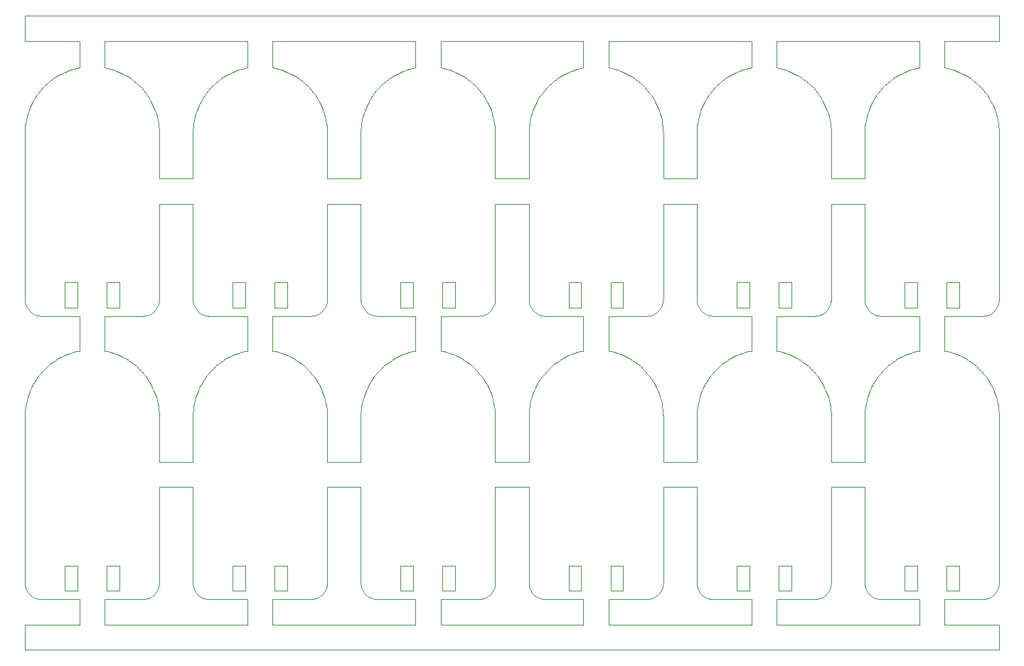
<source format=gbr>
%TF.GenerationSoftware,KiCad,Pcbnew,7.0.5*%
%TF.CreationDate,2024-01-10T15:42:08+00:00*%
%TF.ProjectId,TemperaturePCB_PANEL,54656d70-6572-4617-9475-72655043425f,rev?*%
%TF.SameCoordinates,Original*%
%TF.FileFunction,Profile,NP*%
%FSLAX46Y46*%
G04 Gerber Fmt 4.6, Leading zero omitted, Abs format (unit mm)*
G04 Created by KiCad (PCBNEW 7.0.5) date 2024-01-10 15:42:08*
%MOMM*%
%LPD*%
G01*
G04 APERTURE LIST*
%TA.AperFunction,Profile*%
%ADD10C,0.100000*%
%TD*%
G04 APERTURE END LIST*
D10*
X151197255Y-55265029D02*
X151275788Y-55329064D01*
X130747381Y-65773453D02*
X130658620Y-66162343D01*
X180666723Y-26296519D02*
X180280167Y-26198089D01*
X131673672Y-63576031D02*
X131474227Y-63921481D01*
X128500000Y-73123756D02*
X126500000Y-73123756D01*
X130982483Y-55050257D02*
X131050414Y-55125446D01*
X110539753Y-33200970D02*
X110509944Y-33598745D01*
X166459059Y-54150110D02*
X166476936Y-54050368D01*
X122149685Y-60628538D02*
X121790296Y-60455466D01*
X186197288Y-54805441D02*
X186248693Y-54718116D01*
X110539753Y-66950970D02*
X110509944Y-67348745D01*
X121790296Y-60455466D02*
X121422728Y-60300523D01*
X197000000Y-26141452D02*
X196719832Y-26198089D01*
X131673672Y-29826031D02*
X131474227Y-30171481D01*
X163169949Y-61252008D02*
X162840370Y-61027305D01*
X90802711Y-88555441D02*
X90858473Y-88640049D01*
X192297663Y-55737251D02*
X192398701Y-55744946D01*
X101750000Y-54747513D02*
X100250000Y-54747513D01*
X134500000Y-60819309D02*
X134159629Y-61027305D01*
X103169949Y-27502008D02*
X102840370Y-27277305D01*
X97000000Y-57748756D02*
X97000000Y-59891452D01*
X130982483Y-88800257D02*
X131050414Y-88875446D01*
X96750000Y-85497513D02*
X96750000Y-88497513D01*
X126295609Y-54628301D02*
X126337915Y-54536224D01*
X165724211Y-89079064D02*
X165802744Y-89015029D01*
X136719832Y-26198089D02*
X136333276Y-26296519D01*
X152371644Y-28855212D02*
X152122939Y-29167077D01*
X165949585Y-88875446D02*
X166017516Y-88800257D01*
X132297663Y-89487251D02*
X132398701Y-89494946D01*
X184802855Y-55724449D02*
X184802855Y-55724449D01*
X92635585Y-62306131D02*
X92371644Y-62605212D01*
X90591721Y-54346239D02*
X90624495Y-54442123D01*
X204628355Y-62605212D02*
X204364414Y-62306131D01*
X206500000Y-19999999D02*
X90500000Y-19999999D01*
X166500000Y-67747513D02*
X166490055Y-67348745D01*
X161750000Y-85497513D02*
X161750000Y-88497513D01*
X191711288Y-55585428D02*
X191805389Y-55623017D01*
X102840370Y-27277305D02*
X102500000Y-27069309D01*
X90624495Y-88192123D02*
X90662084Y-88286224D01*
X111998694Y-89433667D02*
X112097402Y-89456572D01*
X110563845Y-54248818D02*
X110591721Y-54346239D01*
X150704390Y-54628301D02*
X150751306Y-54718116D01*
X130918448Y-88721724D02*
X130982483Y-88800257D01*
X91901273Y-55655791D02*
X91998694Y-55683667D01*
X190500000Y-42373756D02*
X190500000Y-53747513D01*
X155952106Y-60164094D02*
X155577271Y-60300523D01*
X90539753Y-33200970D02*
X90509944Y-33598745D01*
X156333276Y-60046519D02*
X155952106Y-60164094D01*
X94850314Y-60628538D02*
X94500000Y-60819309D01*
X143169949Y-27502008D02*
X142840370Y-27277305D01*
X115250000Y-85497513D02*
X116750000Y-85497513D01*
X170563845Y-87998818D02*
X170591721Y-88096239D01*
X96750000Y-51747513D02*
X96750000Y-54747513D01*
X115577271Y-26550523D02*
X115209703Y-26705466D01*
X106295609Y-88378301D02*
X106337915Y-88286224D01*
X190704390Y-54628301D02*
X190751306Y-54718116D01*
X201750000Y-85497513D02*
X201750000Y-88497513D01*
X190502566Y-53848811D02*
X190510261Y-53949849D01*
X157000000Y-22999999D02*
X157000000Y-26141452D01*
X206489738Y-87699849D02*
X206497433Y-87598811D01*
X90500000Y-22999999D02*
X97000000Y-22999999D01*
X204877060Y-29167077D02*
X204628355Y-28855212D01*
X90591721Y-88096239D02*
X90624495Y-88192123D01*
X150500000Y-73123756D02*
X148500000Y-73123756D01*
X146476936Y-54050368D02*
X146489738Y-53949849D01*
X204500000Y-89497513D02*
X204601298Y-89494946D01*
X166500000Y-39373756D02*
X166500000Y-33997513D01*
X151275788Y-89079064D02*
X151357463Y-89139039D01*
X91442071Y-89194801D02*
X91529396Y-89246206D01*
X170858473Y-88640049D02*
X170918448Y-88721724D01*
X151122066Y-88947098D02*
X151197255Y-89015029D01*
X126476936Y-54050368D02*
X126489738Y-53949849D01*
X190563845Y-54248818D02*
X190591721Y-54346239D01*
X184364414Y-28556131D02*
X184085894Y-28270578D01*
X186410646Y-32805174D02*
X186341379Y-32412343D01*
X180666723Y-60046519D02*
X180280167Y-59948089D01*
X171673672Y-29826031D02*
X171474227Y-30171481D01*
X110509944Y-67348745D02*
X110500000Y-67747513D01*
X92122939Y-29167077D02*
X91890089Y-29490952D01*
X181790296Y-60455466D02*
X181422728Y-60300523D01*
X170704390Y-88378301D02*
X170751306Y-88468116D01*
X146341379Y-32412343D02*
X146252618Y-32023453D01*
X156719832Y-59948089D02*
X156333276Y-60046519D01*
X131292249Y-64276443D02*
X131128190Y-64640034D01*
X90509944Y-33598745D02*
X90500000Y-33997513D01*
X145326327Y-29826031D02*
X145109910Y-29490952D01*
X175577271Y-60300523D02*
X175209703Y-60455466D01*
X162500000Y-60819309D02*
X162149685Y-60628538D01*
X144601298Y-55744946D02*
X144702336Y-55737251D01*
X111197255Y-89015029D02*
X111275788Y-89079064D01*
X192500000Y-89497513D02*
X197000000Y-89497513D01*
X164628355Y-28855212D02*
X164364414Y-28556131D01*
X122840370Y-61027305D02*
X122500000Y-60819309D01*
X164702336Y-55737251D02*
X164802855Y-55724449D01*
X185802744Y-89015029D02*
X185877933Y-88947098D01*
X126081551Y-54971724D02*
X126141526Y-54890049D01*
X146341379Y-66162343D02*
X146252618Y-65773453D01*
X191128190Y-64640034D02*
X190982459Y-65011351D01*
X160000000Y-89497513D02*
X164500000Y-89497513D01*
X110500000Y-67747513D02*
X110500000Y-73123756D01*
X165557928Y-55444801D02*
X165642536Y-55389039D01*
X125642536Y-55389039D02*
X125724211Y-55329064D01*
X101750000Y-85497513D02*
X101750000Y-88497513D01*
X97000000Y-59891452D02*
X96719832Y-59948089D01*
X105098726Y-55655791D02*
X105194610Y-55623017D01*
X126489738Y-53949849D02*
X126497433Y-53848811D01*
X106197288Y-88555441D02*
X106248693Y-88468116D01*
X186017516Y-55050257D02*
X186081551Y-54971724D01*
X206197288Y-88555441D02*
X206248693Y-88468116D01*
X206341379Y-66162343D02*
X206252618Y-65773453D01*
X104085894Y-62020578D02*
X103793486Y-61749263D01*
X116719832Y-26198089D02*
X116333276Y-26296519D01*
X174159629Y-27277305D02*
X173830050Y-27502008D01*
X186500000Y-42373756D02*
X188500000Y-42373756D01*
X146375504Y-54442123D02*
X146408278Y-54346239D01*
X90523063Y-54050368D02*
X90540940Y-54150110D01*
X195250000Y-85497513D02*
X195250000Y-85497513D01*
X142840370Y-61027305D02*
X142500000Y-60819309D01*
X116750000Y-85497513D02*
X116750000Y-85497513D01*
X130540940Y-87900110D02*
X130563845Y-87998818D01*
X206248693Y-54718116D02*
X206295609Y-54628301D01*
X146081551Y-88721724D02*
X146141526Y-88640049D01*
X150502566Y-87598811D02*
X150510261Y-87699849D01*
X123793486Y-27999263D02*
X123487918Y-27742861D01*
X104601298Y-89494946D02*
X104702336Y-89487251D01*
X142149685Y-26878538D02*
X141790296Y-26705466D01*
X170624495Y-88192123D02*
X170662084Y-88286224D01*
X206500000Y-87497513D02*
X206500000Y-67747513D01*
X201047893Y-60164094D02*
X200666723Y-60046519D01*
X190918448Y-54971724D02*
X190982483Y-55050257D01*
X100000000Y-57748756D02*
X100000000Y-55747513D01*
X192398701Y-89494946D02*
X192500000Y-89497513D01*
X171890089Y-63240952D02*
X171673672Y-63576031D01*
X170500000Y-39373756D02*
X168500000Y-39373756D01*
X170802711Y-88555441D02*
X170858473Y-88640049D01*
X110510261Y-53949849D02*
X110523063Y-54050368D01*
X131619211Y-89293122D02*
X131711288Y-89335428D01*
X165194610Y-89373017D02*
X165288711Y-89335428D01*
X204601298Y-89494946D02*
X204702336Y-89487251D01*
X105871809Y-64640034D02*
X105707750Y-64276443D01*
X184601298Y-55744946D02*
X184702336Y-55737251D01*
X144500000Y-89497513D02*
X144500000Y-89497513D01*
X186375504Y-88192123D02*
X186408278Y-88096239D01*
X143487918Y-27742861D02*
X143169949Y-27502008D01*
X171357463Y-55389039D02*
X171442071Y-55444801D01*
X111890089Y-63240952D02*
X111673672Y-63576031D01*
X112197144Y-89474449D02*
X112297663Y-89487251D01*
X150624495Y-88192123D02*
X150662084Y-88286224D01*
X104902597Y-55706572D02*
X105001305Y-55683667D01*
X132197144Y-89474449D02*
X132297663Y-89487251D01*
X140000000Y-89497513D02*
X144500000Y-89497513D01*
X108500000Y-73123756D02*
X106500000Y-73123756D01*
X164802855Y-55724449D02*
X164902597Y-55706572D01*
X180000000Y-55747513D02*
X184500000Y-55747513D01*
X184802855Y-55724449D02*
X184902597Y-55706572D01*
X193206513Y-27999263D02*
X192914105Y-28270578D01*
X143793486Y-61749263D02*
X143487918Y-61492861D01*
X201750000Y-54747513D02*
X201750000Y-54747513D01*
X153512081Y-61492861D02*
X153206513Y-61749263D01*
X152297663Y-89487251D02*
X152398701Y-89494946D01*
X124802855Y-89474449D02*
X124902597Y-89456572D01*
X206460246Y-66950970D02*
X206410646Y-66555174D01*
X113206513Y-61749263D02*
X112914105Y-62020578D01*
X200250000Y-88497513D02*
X200250000Y-85497513D01*
X95250000Y-88497513D02*
X95250000Y-85497513D01*
X131890089Y-29490952D02*
X131673672Y-29826031D01*
X173512081Y-27742861D02*
X173206513Y-27999263D01*
X160000000Y-26141452D02*
X160000000Y-22999999D01*
X92914105Y-28270578D02*
X92635585Y-28556131D01*
X191474227Y-63921481D02*
X191292249Y-64276443D01*
X160250000Y-54747513D02*
X160250000Y-51747513D01*
X204902597Y-89456572D02*
X205001305Y-89433667D01*
X186141526Y-54890049D02*
X186197288Y-54805441D01*
X206490055Y-67348745D02*
X206460246Y-66950970D01*
X92197144Y-89474449D02*
X92297663Y-89487251D01*
X170658620Y-32412343D02*
X170589353Y-32805174D01*
X192297663Y-89487251D02*
X192398701Y-89494946D01*
X190658620Y-32412343D02*
X190589353Y-32805174D01*
X166500000Y-73123756D02*
X166500000Y-67747513D01*
X111805389Y-55623017D02*
X111901273Y-55655791D01*
X183169949Y-61252008D02*
X182840370Y-61027305D01*
X124802855Y-55724449D02*
X124902597Y-55706572D01*
X196719832Y-26198089D02*
X196333276Y-26296519D01*
X150510261Y-53949849D02*
X150523063Y-54050368D01*
X200666723Y-26296519D02*
X200280167Y-26198089D01*
X140250000Y-88497513D02*
X140250000Y-88497513D01*
X175250000Y-85497513D02*
X175250000Y-85497513D01*
X145877933Y-55197098D02*
X145949585Y-55125446D01*
X191275788Y-89079064D02*
X191357463Y-89139039D01*
X171122066Y-55197098D02*
X171197255Y-55265029D01*
X102500000Y-27069309D02*
X102149685Y-26878538D01*
X150658620Y-32412343D02*
X150589353Y-32805174D01*
X93830050Y-61252008D02*
X93512081Y-61492861D01*
X125949585Y-88875446D02*
X126017516Y-88800257D01*
X176750000Y-88497513D02*
X175250000Y-88497513D01*
X126017516Y-55050257D02*
X126081551Y-54971724D01*
X194500000Y-27069309D02*
X194159629Y-27277305D01*
X206436154Y-87998818D02*
X206459059Y-87900110D01*
X172297663Y-89487251D02*
X172398701Y-89494946D01*
X96333276Y-60046519D02*
X95952106Y-60164094D01*
X204364414Y-28556131D02*
X204085894Y-28270578D01*
X171275788Y-55329064D02*
X171357463Y-55389039D01*
X125557928Y-55444801D02*
X125642536Y-55389039D01*
X180250000Y-54747513D02*
X180250000Y-51747513D01*
X190563845Y-87998818D02*
X190591721Y-88096239D01*
X120000000Y-26141452D02*
X120000000Y-22999999D01*
X125871809Y-30890034D02*
X125707750Y-30526443D01*
X180280167Y-26198089D02*
X180000000Y-26141452D01*
X204902597Y-55706572D02*
X205001305Y-55683667D01*
X101047893Y-60164094D02*
X100666723Y-60046519D01*
X92197144Y-55724449D02*
X92297663Y-55737251D01*
X91275788Y-55329064D02*
X91357463Y-55389039D01*
X166489738Y-53949849D02*
X166497433Y-53848811D01*
X92914105Y-62020578D02*
X92635585Y-62306131D01*
X206141526Y-54890049D02*
X206197288Y-54805441D01*
X186497433Y-53848811D02*
X186500000Y-53747513D01*
X164500000Y-89497513D02*
X164601298Y-89494946D01*
X105871809Y-30890034D02*
X105707750Y-30526443D01*
X170747381Y-65773453D02*
X170658620Y-66162343D01*
X133512081Y-61492861D02*
X133206513Y-61749263D01*
X191998694Y-89433667D02*
X192097402Y-89456572D01*
X90500000Y-67747513D02*
X90500000Y-87497513D01*
X105194610Y-89373017D02*
X105288711Y-89335428D01*
X184601298Y-89494946D02*
X184702336Y-89487251D01*
X130540940Y-54150110D02*
X130563845Y-54248818D01*
X200250000Y-54747513D02*
X200250000Y-51747513D01*
X110500000Y-42373756D02*
X110500000Y-53747513D01*
X206295609Y-88378301D02*
X206337915Y-88286224D01*
X157000000Y-92497513D02*
X140000000Y-92497513D01*
X205949585Y-55125446D02*
X206017516Y-55050257D01*
X128500000Y-42373756D02*
X130500000Y-42373756D01*
X110658620Y-32412343D02*
X110589353Y-32805174D01*
X165001305Y-89433667D02*
X165098726Y-89405791D01*
X201750000Y-51747513D02*
X201750000Y-54747513D01*
X206436154Y-54248818D02*
X206459059Y-54150110D01*
X106017540Y-31261351D02*
X105871809Y-30890034D01*
X145642536Y-89139039D02*
X145724211Y-89079064D01*
X166500000Y-87497513D02*
X166500000Y-76123756D01*
X106410646Y-66555174D02*
X106341379Y-66162343D01*
X126295609Y-88378301D02*
X126337915Y-88286224D01*
X101047893Y-26414094D02*
X100666723Y-26296519D01*
X148500000Y-76123756D02*
X150500000Y-76123756D01*
X196750000Y-51747513D02*
X196750000Y-54747513D01*
X186436154Y-87998818D02*
X186459059Y-87900110D01*
X135250000Y-54747513D02*
X135250000Y-51747513D01*
X102500000Y-60819309D02*
X102149685Y-60628538D01*
X117000000Y-22999999D02*
X117000000Y-22999999D01*
X170500000Y-76123756D02*
X170500000Y-87497513D01*
X130802711Y-88555441D02*
X130858473Y-88640049D01*
X181047893Y-26414094D02*
X180666723Y-26296519D01*
X171128190Y-64640034D02*
X170982459Y-65011351D01*
X195250000Y-51747513D02*
X196750000Y-51747513D01*
X205871809Y-64640034D02*
X205707750Y-64276443D01*
X184877060Y-62917077D02*
X184628355Y-62605212D01*
X91619211Y-55543122D02*
X91711288Y-55585428D01*
X113206513Y-27999263D02*
X112914105Y-28270578D01*
X204601298Y-55744946D02*
X204702336Y-55737251D01*
X191442071Y-55444801D02*
X191529396Y-55496206D01*
X133206513Y-61749263D02*
X132914105Y-62020578D01*
X166459059Y-87900110D02*
X166476936Y-87800368D01*
X170662084Y-54536224D02*
X170704390Y-54628301D01*
X126248693Y-88468116D02*
X126295609Y-88378301D01*
X146295609Y-54628301D02*
X146337915Y-54536224D01*
X91474227Y-63921481D02*
X91292249Y-64276443D01*
X151998694Y-55683667D02*
X152097402Y-55706572D01*
X95209703Y-60455466D02*
X94850314Y-60628538D01*
X92371644Y-28855212D02*
X92122939Y-29167077D01*
X177000000Y-22999999D02*
X177000000Y-22999999D01*
X175577271Y-26550523D02*
X175209703Y-26705466D01*
X172398701Y-55744946D02*
X172500000Y-55747513D01*
X191711288Y-89335428D02*
X191805389Y-89373017D01*
X186017516Y-88800257D02*
X186081551Y-88721724D01*
X190500000Y-39373756D02*
X188500000Y-39373756D01*
X174500000Y-60819309D02*
X174159629Y-61027305D01*
X91901273Y-89405791D02*
X91998694Y-89433667D01*
X125470603Y-89246206D02*
X125557928Y-89194801D01*
X145098726Y-55655791D02*
X145194610Y-55623017D01*
X124085894Y-62020578D02*
X123793486Y-61749263D01*
X110918448Y-54971724D02*
X110982483Y-55050257D01*
X106017516Y-88800257D02*
X106081551Y-88721724D01*
X128500000Y-39373756D02*
X126500000Y-39373756D01*
X185380788Y-89293122D02*
X185470603Y-89246206D01*
X140280167Y-26198089D02*
X140000000Y-26141452D01*
X163793486Y-27999263D02*
X163487918Y-27742861D01*
X164877060Y-62917077D02*
X164628355Y-62605212D01*
X135577271Y-60300523D02*
X135209703Y-60455466D01*
X105288711Y-55585428D02*
X105380788Y-55543122D01*
X144702336Y-89487251D02*
X144802855Y-89474449D01*
X206500000Y-92497513D02*
X200000000Y-92497513D01*
X145194610Y-89373017D02*
X145288711Y-89335428D01*
X186500000Y-67747513D02*
X186490055Y-67348745D01*
X181750000Y-88497513D02*
X180250000Y-88497513D01*
X104702336Y-55737251D02*
X104802855Y-55724449D01*
X171711288Y-55585428D02*
X171805389Y-55623017D01*
X140000000Y-57748756D02*
X140000000Y-55747513D01*
X148500000Y-73123756D02*
X146500000Y-73123756D01*
X106436154Y-54248818D02*
X106459059Y-54150110D01*
X171901273Y-89405791D02*
X171998694Y-89433667D01*
X106460246Y-66950970D02*
X106410646Y-66555174D01*
X144628355Y-62605212D02*
X144364414Y-62306131D01*
X192197144Y-89474449D02*
X192297663Y-89487251D01*
X170539753Y-66950970D02*
X170509944Y-67348745D01*
X171292249Y-30526443D02*
X171128190Y-30890034D01*
X132500000Y-55747513D02*
X137000000Y-55747513D01*
X175250000Y-54747513D02*
X175250000Y-54747513D01*
X171197255Y-55265029D02*
X171275788Y-55329064D01*
X126500000Y-73123756D02*
X126500000Y-67747513D01*
X111292249Y-30526443D02*
X111128190Y-30890034D01*
X150500000Y-53747513D02*
X150502566Y-53848811D01*
X190747381Y-32023453D02*
X190658620Y-32412343D01*
X133830050Y-61252008D02*
X133512081Y-61492861D01*
X197000000Y-89497513D02*
X197000000Y-92497513D01*
X130502566Y-87598811D02*
X130510261Y-87699849D01*
X150918448Y-54971724D02*
X150982483Y-55050257D01*
X112122939Y-62917077D02*
X111890089Y-63240952D01*
X165707750Y-64276443D02*
X165525772Y-63921481D01*
X171050414Y-88875446D02*
X171122066Y-88947098D01*
X197000000Y-22999999D02*
X197000000Y-22999999D01*
X125109910Y-29490952D02*
X124877060Y-29167077D01*
X146436154Y-87998818D02*
X146459059Y-87900110D01*
X125109910Y-63240952D02*
X124877060Y-62917077D01*
X165194610Y-55623017D02*
X165288711Y-55585428D01*
X111128190Y-30890034D02*
X110982459Y-31261351D01*
X130858473Y-88640049D02*
X130918448Y-88721724D01*
X145802744Y-89015029D02*
X145877933Y-88947098D01*
X92122939Y-62917077D02*
X91890089Y-63240952D01*
X111122066Y-55197098D02*
X111197255Y-55265029D01*
X111197255Y-55265029D02*
X111275788Y-55329064D01*
X91619211Y-89293122D02*
X91711288Y-89335428D01*
X165326327Y-29826031D02*
X165109910Y-29490952D01*
X105949585Y-88875446D02*
X106017516Y-88800257D01*
X145001305Y-89433667D02*
X145098726Y-89405791D01*
X154850314Y-60628538D02*
X154500000Y-60819309D01*
X92500000Y-55747513D02*
X97000000Y-55747513D01*
X166337915Y-88286224D02*
X166375504Y-88192123D01*
X90563845Y-87998818D02*
X90591721Y-88096239D01*
X106500000Y-33997513D02*
X106490055Y-33598745D01*
X90500000Y-19999999D02*
X90500000Y-22999999D01*
X163487918Y-61492861D02*
X163169949Y-61252008D01*
X165098726Y-89405791D02*
X165194610Y-89373017D01*
X151890089Y-29490952D02*
X151673672Y-29826031D01*
X120666723Y-26296519D02*
X120280167Y-26198089D01*
X150523063Y-54050368D02*
X150540940Y-54150110D01*
X206252618Y-32023453D02*
X206144582Y-31639471D01*
X203793486Y-27999263D02*
X203487918Y-27742861D01*
X206476936Y-54050368D02*
X206489738Y-53949849D01*
X175250000Y-85497513D02*
X176750000Y-85497513D01*
X124702336Y-55737251D02*
X124802855Y-55724449D01*
X120000000Y-92497513D02*
X120000000Y-89497513D01*
X174850314Y-26878538D02*
X174500000Y-27069309D01*
X177000000Y-55747513D02*
X177000000Y-57748756D01*
X102840370Y-61027305D02*
X102500000Y-60819309D01*
X161422728Y-26550523D02*
X161047893Y-26414094D01*
X145288711Y-89335428D02*
X145380788Y-89293122D01*
X106248693Y-54718116D02*
X106295609Y-54628301D01*
X145326327Y-63576031D02*
X145109910Y-63240952D01*
X165326327Y-63576031D02*
X165109910Y-63240952D01*
X190500000Y-76123756D02*
X190500000Y-87497513D01*
X151711288Y-55585428D02*
X151805389Y-55623017D01*
X104500000Y-89497513D02*
X104601298Y-89494946D01*
X170624495Y-54442123D02*
X170662084Y-54536224D01*
X112500000Y-55747513D02*
X117000000Y-55747513D01*
X114159629Y-61027305D02*
X113830050Y-61252008D01*
X170500000Y-53747513D02*
X170502566Y-53848811D01*
X202500000Y-60819309D02*
X202149685Y-60628538D01*
X93830050Y-27502008D02*
X93512081Y-27742861D01*
X200666723Y-60046519D02*
X200280167Y-59948089D01*
X196333276Y-60046519D02*
X195952106Y-60164094D01*
X205001305Y-89433667D02*
X205098726Y-89405791D01*
X131619211Y-55543122D02*
X131711288Y-55585428D01*
X111275788Y-55329064D02*
X111357463Y-55389039D01*
X110658620Y-66162343D02*
X110589353Y-66555174D01*
X90510261Y-87699849D02*
X90523063Y-87800368D01*
X130918448Y-54971724D02*
X130982483Y-55050257D01*
X112097402Y-89456572D02*
X112197144Y-89474449D01*
X100250000Y-51747513D02*
X100250000Y-51747513D01*
X132635585Y-28556131D02*
X132371644Y-28855212D01*
X164364414Y-28556131D02*
X164085894Y-28270578D01*
X131901273Y-55655791D02*
X131998694Y-55683667D01*
X131128190Y-64640034D02*
X130982459Y-65011351D01*
X130563845Y-54248818D02*
X130591721Y-54346239D01*
X186144582Y-65389471D02*
X186017540Y-65011351D01*
X195250000Y-88497513D02*
X195250000Y-85497513D01*
X166408278Y-88096239D02*
X166436154Y-87998818D01*
X172122939Y-29167077D02*
X171890089Y-29490952D01*
X206459059Y-87900110D02*
X206476936Y-87800368D01*
X200000000Y-89497513D02*
X204500000Y-89497513D01*
X121047893Y-26414094D02*
X120666723Y-26296519D01*
X171673672Y-63576031D02*
X171474227Y-63921481D01*
X140666723Y-60046519D02*
X140280167Y-59948089D01*
X108500000Y-76123756D02*
X110500000Y-76123756D01*
X164902597Y-55706572D02*
X165001305Y-55683667D01*
X106248693Y-88468116D02*
X106295609Y-88378301D01*
X117000000Y-22999999D02*
X117000000Y-26141452D01*
X111673672Y-29826031D02*
X111474227Y-30171481D01*
X112371644Y-28855212D02*
X112122939Y-29167077D01*
X126341379Y-66162343D02*
X126252618Y-65773453D01*
X171901273Y-55655791D02*
X171998694Y-55683667D01*
X197000000Y-92497513D02*
X180000000Y-92497513D01*
X166460246Y-33200970D02*
X166410646Y-32805174D01*
X130662084Y-54536224D02*
X130704390Y-54628301D01*
X105109910Y-63240952D02*
X104877060Y-62917077D01*
X197000000Y-57748756D02*
X197000000Y-59891452D01*
X106500000Y-73123756D02*
X106500000Y-67747513D01*
X172914105Y-62020578D02*
X172635585Y-62306131D01*
X90563845Y-54248818D02*
X90591721Y-54346239D01*
X91292249Y-64276443D02*
X91128190Y-64640034D01*
X140000000Y-26141452D02*
X140000000Y-22999999D01*
X190500000Y-87497513D02*
X190502566Y-87598811D01*
X131529396Y-89246206D02*
X131619211Y-89293122D01*
X105949585Y-55125446D02*
X106017516Y-55050257D01*
X165642536Y-55389039D02*
X165724211Y-55329064D01*
X151673672Y-63576031D02*
X151474227Y-63921481D01*
X101790296Y-60455466D02*
X101422728Y-60300523D01*
X117000000Y-55747513D02*
X117000000Y-57748756D01*
X121790296Y-26705466D02*
X121422728Y-26550523D01*
X101750000Y-88497513D02*
X101750000Y-88497513D01*
X130539753Y-66950970D02*
X130509944Y-67348745D01*
X165380788Y-55543122D02*
X165470603Y-55496206D01*
X131442071Y-55444801D02*
X131529396Y-55496206D01*
X110751306Y-88468116D02*
X110802711Y-88555441D01*
X151442071Y-89194801D02*
X151529396Y-89246206D01*
X130662084Y-88286224D02*
X130704390Y-88378301D01*
X126500000Y-33997513D02*
X126490055Y-33598745D01*
X205470603Y-55496206D02*
X205557928Y-55444801D01*
X156750000Y-85497513D02*
X156750000Y-88497513D01*
X132398701Y-55744946D02*
X132500000Y-55747513D01*
X171442071Y-89194801D02*
X171529396Y-89246206D01*
X152097402Y-55706572D02*
X152197144Y-55724449D01*
X110500000Y-33997513D02*
X110500000Y-39373756D01*
X132635585Y-62306131D02*
X132371644Y-62605212D01*
X190500000Y-53747513D02*
X190502566Y-53848811D01*
X125194610Y-55623017D02*
X125288711Y-55585428D01*
X177000000Y-89497513D02*
X177000000Y-92497513D01*
X104500000Y-89497513D02*
X104500000Y-89497513D01*
X196750000Y-54747513D02*
X195250000Y-54747513D01*
X132371644Y-28855212D02*
X132122939Y-29167077D01*
X125877933Y-55197098D02*
X125949585Y-55125446D01*
X137000000Y-55747513D02*
X137000000Y-57748756D01*
X125470603Y-55496206D02*
X125557928Y-55444801D01*
X113830050Y-61252008D02*
X113512081Y-61492861D01*
X162149685Y-60628538D02*
X161790296Y-60455466D01*
X150855417Y-65389471D02*
X150747381Y-65773453D01*
X205802744Y-55265029D02*
X205877933Y-55197098D01*
X150540940Y-87900110D02*
X150563845Y-87998818D01*
X202840370Y-61027305D02*
X202500000Y-60819309D01*
X144877060Y-62917077D02*
X144628355Y-62605212D01*
X91442071Y-55444801D02*
X91529396Y-55496206D01*
X166017540Y-65011351D02*
X165871809Y-64640034D01*
X160250000Y-88497513D02*
X160250000Y-85497513D01*
X131275788Y-55329064D02*
X131357463Y-55389039D01*
X146459059Y-87900110D02*
X146476936Y-87800368D01*
X176750000Y-54747513D02*
X175250000Y-54747513D01*
X95952106Y-60164094D02*
X95577271Y-60300523D01*
X124601298Y-89494946D02*
X124702336Y-89487251D01*
X202149685Y-60628538D02*
X201790296Y-60455466D01*
X124601298Y-55744946D02*
X124702336Y-55737251D01*
X205194610Y-89373017D02*
X205288711Y-89335428D01*
X190591721Y-54346239D02*
X190624495Y-54442123D01*
X204702336Y-55737251D02*
X204802855Y-55724449D01*
X191901273Y-89405791D02*
X191998694Y-89433667D01*
X90500000Y-92497513D02*
X90500000Y-95497513D01*
X91711288Y-55585428D02*
X91805389Y-55623017D01*
X91050414Y-55125446D02*
X91122066Y-55197098D01*
X168500000Y-73123756D02*
X166500000Y-73123756D01*
X125802744Y-55265029D02*
X125877933Y-55197098D01*
X116333276Y-60046519D02*
X115952106Y-60164094D01*
X126144582Y-31639471D02*
X126017540Y-31261351D01*
X112635585Y-62306131D02*
X112371644Y-62605212D01*
X92398701Y-55744946D02*
X92500000Y-55747513D01*
X184085894Y-28270578D02*
X183793486Y-27999263D01*
X151275788Y-55329064D02*
X151357463Y-55389039D01*
X206252618Y-65773453D02*
X206144582Y-65389471D01*
X125724211Y-55329064D02*
X125802744Y-55265029D01*
X110500000Y-39373756D02*
X108500000Y-39373756D01*
X192500000Y-55747513D02*
X197000000Y-55747513D01*
X154500000Y-60819309D02*
X154159629Y-61027305D01*
X131357463Y-89139039D02*
X131442071Y-89194801D01*
X170500000Y-73123756D02*
X168500000Y-73123756D01*
X205871809Y-30890034D02*
X205707750Y-30526443D01*
X151442071Y-55444801D02*
X151529396Y-55496206D01*
X186489738Y-87699849D02*
X186497433Y-87598811D01*
X190918448Y-88721724D02*
X190982483Y-88800257D01*
X112297663Y-89487251D02*
X112398701Y-89494946D01*
X120000000Y-89497513D02*
X124500000Y-89497513D01*
X170540940Y-54150110D02*
X170563845Y-54248818D01*
X151292249Y-64276443D02*
X151128190Y-64640034D01*
X190500000Y-33997513D02*
X190500000Y-39373756D01*
X90747381Y-32023453D02*
X90658620Y-32412343D01*
X150855417Y-31639471D02*
X150747381Y-32023453D01*
X101750000Y-51747513D02*
X101750000Y-54747513D01*
X165098726Y-55655791D02*
X165194610Y-55623017D01*
X190510261Y-53949849D02*
X190523063Y-54050368D01*
X191275788Y-55329064D02*
X191357463Y-55389039D01*
X160666723Y-26296519D02*
X160280167Y-26198089D01*
X103793486Y-61749263D02*
X103487918Y-61492861D01*
X165109910Y-29490952D02*
X164877060Y-29167077D01*
X126500000Y-76123756D02*
X128500000Y-76123756D01*
X146460246Y-33200970D02*
X146410646Y-32805174D01*
X150591721Y-54346239D02*
X150624495Y-54442123D01*
X90751306Y-54718116D02*
X90802711Y-54805441D01*
X125194610Y-89373017D02*
X125288711Y-89335428D01*
X95577271Y-26550523D02*
X95209703Y-26705466D01*
X176719832Y-59948089D02*
X176333276Y-60046519D01*
X143169949Y-61252008D02*
X142840370Y-61027305D01*
X160000000Y-59891452D02*
X160000000Y-57748756D01*
X190662084Y-88286224D02*
X190704390Y-88378301D01*
X150502566Y-53848811D02*
X150510261Y-53949849D01*
X94500000Y-27069309D02*
X94159629Y-27277305D01*
X113512081Y-27742861D02*
X113206513Y-27999263D01*
X166248693Y-88468116D02*
X166295609Y-88378301D01*
X126337915Y-88286224D02*
X126375504Y-88192123D01*
X186459059Y-87900110D02*
X186476936Y-87800368D01*
X153830050Y-61252008D02*
X153512081Y-61492861D01*
X110502566Y-53848811D02*
X110510261Y-53949849D01*
X151619211Y-55543122D02*
X151711288Y-55585428D01*
X126497433Y-53848811D02*
X126500000Y-53747513D01*
X110982459Y-31261351D02*
X110855417Y-31639471D01*
X185326327Y-63576031D02*
X185109910Y-63240952D01*
X165470603Y-55496206D02*
X165557928Y-55444801D01*
X130500000Y-33997513D02*
X130500000Y-39373756D01*
X193830050Y-27502008D02*
X193512081Y-27742861D01*
X106476936Y-87800368D02*
X106489738Y-87699849D01*
X190858473Y-88640049D02*
X190918448Y-88721724D01*
X90982459Y-65011351D02*
X90855417Y-65389471D01*
X124877060Y-62917077D02*
X124628355Y-62605212D01*
X130589353Y-66555174D02*
X130539753Y-66950970D01*
X191529396Y-55496206D02*
X191619211Y-55543122D01*
X166500000Y-76123756D02*
X168500000Y-76123756D01*
X176333276Y-26296519D02*
X175952106Y-26414094D01*
X186248693Y-54718116D02*
X186295609Y-54628301D01*
X115250000Y-54747513D02*
X115250000Y-51747513D01*
X110802711Y-54805441D02*
X110858473Y-54890049D01*
X150751306Y-54718116D02*
X150802711Y-54805441D01*
X205724211Y-55329064D02*
X205802744Y-55265029D01*
X137000000Y-92497513D02*
X120000000Y-92497513D01*
X92500000Y-89497513D02*
X97000000Y-89497513D01*
X113830050Y-27502008D02*
X113512081Y-27742861D01*
X161750000Y-54747513D02*
X160250000Y-54747513D01*
X111357463Y-89139039D02*
X111442071Y-89194801D01*
X122840370Y-27277305D02*
X122500000Y-27069309D01*
X126500000Y-67747513D02*
X126490055Y-67348745D01*
X90500000Y-33997513D02*
X90500000Y-53747513D01*
X121750000Y-51747513D02*
X121750000Y-54747513D01*
X184902597Y-55706572D02*
X185001305Y-55683667D01*
X145194610Y-55623017D02*
X145288711Y-55585428D01*
X114500000Y-27069309D02*
X114159629Y-27277305D01*
X131711288Y-89335428D02*
X131805389Y-89373017D01*
X151890089Y-63240952D02*
X151673672Y-63576031D01*
X106500000Y-76123756D02*
X108500000Y-76123756D01*
X166476936Y-87800368D02*
X166489738Y-87699849D01*
X190523063Y-87800368D02*
X190540940Y-87900110D01*
X146500000Y-42373756D02*
X148500000Y-42373756D01*
X170509944Y-67348745D02*
X170500000Y-67747513D01*
X106375504Y-54442123D02*
X106408278Y-54346239D01*
X131050414Y-88875446D02*
X131122066Y-88947098D01*
X145525772Y-30171481D02*
X145326327Y-29826031D01*
X164500000Y-89497513D02*
X164500000Y-89497513D01*
X191673672Y-63576031D02*
X191474227Y-63921481D01*
X152914105Y-62020578D02*
X152635585Y-62306131D01*
X201790296Y-60455466D02*
X201422728Y-60300523D01*
X174850314Y-60628538D02*
X174500000Y-60819309D01*
X110662084Y-54536224D02*
X110704390Y-54628301D01*
X91529396Y-55496206D02*
X91619211Y-55543122D01*
X166410646Y-32805174D02*
X166341379Y-32412343D01*
X166500000Y-42373756D02*
X168500000Y-42373756D01*
X150918448Y-88721724D02*
X150982483Y-88800257D01*
X134850314Y-26878538D02*
X134500000Y-27069309D01*
X95577271Y-60300523D02*
X95209703Y-60455466D01*
X170747381Y-32023453D02*
X170658620Y-32412343D01*
X170662084Y-88286224D02*
X170704390Y-88378301D01*
X130510261Y-53949849D02*
X130523063Y-54050368D01*
X100280167Y-26198089D02*
X100000000Y-26141452D01*
X186489738Y-53949849D02*
X186497433Y-53848811D01*
X130500000Y-53747513D02*
X130502566Y-53848811D01*
X145724211Y-89079064D02*
X145802744Y-89015029D01*
X166081551Y-54971724D02*
X166141526Y-54890049D01*
X191292249Y-64276443D02*
X191128190Y-64640034D01*
X110855417Y-31639471D02*
X110747381Y-32023453D01*
X131128190Y-30890034D02*
X130982459Y-31261351D01*
X130500000Y-67747513D02*
X130500000Y-73123756D01*
X135250000Y-51747513D02*
X136750000Y-51747513D01*
X185707750Y-30526443D02*
X185525772Y-30171481D01*
X135209703Y-60455466D02*
X134850314Y-60628538D01*
X115952106Y-60164094D02*
X115577271Y-60300523D01*
X124364414Y-28556131D02*
X124085894Y-28270578D01*
X146489738Y-53949849D02*
X146497433Y-53848811D01*
X106490055Y-67348745D02*
X106460246Y-66950970D01*
X206459059Y-54150110D02*
X206476936Y-54050368D01*
X131529396Y-55496206D02*
X131619211Y-55543122D01*
X200250000Y-85497513D02*
X200250000Y-85497513D01*
X166081551Y-88721724D02*
X166141526Y-88640049D01*
X148500000Y-39373756D02*
X146500000Y-39373756D01*
X110802711Y-88555441D02*
X110858473Y-88640049D01*
X105109910Y-29490952D02*
X104877060Y-29167077D01*
X192122939Y-29167077D02*
X191890089Y-29490952D01*
X186017540Y-31261351D02*
X185871809Y-30890034D01*
X143793486Y-27999263D02*
X143487918Y-27742861D01*
X90662084Y-54536224D02*
X90704390Y-54628301D01*
X110704390Y-88378301D02*
X110751306Y-88468116D01*
X112914105Y-62020578D02*
X112635585Y-62306131D01*
X91474227Y-30171481D02*
X91292249Y-30526443D01*
X161422728Y-60300523D02*
X161047893Y-60164094D01*
X190539753Y-33200970D02*
X190509944Y-33598745D01*
X111711288Y-89335428D02*
X111805389Y-89373017D01*
X130500000Y-87497513D02*
X130502566Y-87598811D01*
X112500000Y-89497513D02*
X117000000Y-89497513D01*
X146337915Y-54536224D02*
X146375504Y-54442123D01*
X125949585Y-55125446D02*
X126017516Y-55050257D01*
X160280167Y-26198089D02*
X160000000Y-26141452D01*
X105557928Y-89194801D02*
X105642536Y-89139039D01*
X126459059Y-87900110D02*
X126476936Y-87800368D01*
X126141526Y-88640049D02*
X126197288Y-88555441D01*
X166500000Y-33997513D02*
X166490055Y-33598745D01*
X90539753Y-66950970D02*
X90509944Y-67348745D01*
X91128190Y-30890034D02*
X90982459Y-31261351D01*
X110523063Y-87800368D02*
X110540940Y-87900110D01*
X100250000Y-85497513D02*
X101750000Y-85497513D01*
X196750000Y-85497513D02*
X196750000Y-88497513D01*
X130624495Y-54442123D02*
X130662084Y-54536224D01*
X195952106Y-60164094D02*
X195577271Y-60300523D01*
X144702336Y-55737251D02*
X144802855Y-55724449D01*
X135952106Y-60164094D02*
X135577271Y-60300523D01*
X116750000Y-88497513D02*
X115250000Y-88497513D01*
X191619211Y-89293122D02*
X191711288Y-89335428D01*
X164702336Y-55737251D02*
X164702336Y-55737251D01*
X91998694Y-89433667D02*
X92097402Y-89456572D01*
X152398701Y-55744946D02*
X152500000Y-55747513D01*
X95209703Y-26705466D02*
X94850314Y-26878538D01*
X186295609Y-54628301D02*
X186337915Y-54536224D01*
X170855417Y-65389471D02*
X170747381Y-65773453D01*
X171122066Y-88947098D02*
X171197255Y-89015029D01*
X186410646Y-66555174D02*
X186341379Y-66162343D01*
X120250000Y-51747513D02*
X121750000Y-51747513D01*
X117000000Y-59891452D02*
X116719832Y-59948089D01*
X121750000Y-54747513D02*
X120250000Y-54747513D01*
X146436154Y-54248818D02*
X146459059Y-54150110D01*
X155250000Y-51747513D02*
X156750000Y-51747513D01*
X144085894Y-28270578D02*
X143793486Y-27999263D01*
X130510261Y-87699849D02*
X130523063Y-87800368D01*
X172398701Y-89494946D02*
X172500000Y-89497513D01*
X200280167Y-59948089D02*
X200000000Y-59891452D01*
X164085894Y-28270578D02*
X163793486Y-27999263D01*
X146410646Y-32805174D02*
X146341379Y-32412343D01*
X170500000Y-42373756D02*
X170500000Y-53747513D01*
X94159629Y-27277305D02*
X93830050Y-27502008D01*
X90589353Y-32805174D02*
X90539753Y-33200970D01*
X90540940Y-87900110D02*
X90563845Y-87998818D01*
X204364414Y-62306131D02*
X204085894Y-62020578D01*
X91529396Y-89246206D02*
X91619211Y-89293122D01*
X96719832Y-26198089D02*
X96333276Y-26296519D01*
X150982459Y-31261351D02*
X150855417Y-31639471D01*
X110523063Y-54050368D02*
X110540940Y-54150110D01*
X142500000Y-60819309D02*
X142149685Y-60628538D01*
X206460246Y-33200970D02*
X206410646Y-32805174D01*
X144628355Y-28855212D02*
X144364414Y-28556131D01*
X175250000Y-88497513D02*
X175250000Y-85497513D01*
X144877060Y-29167077D02*
X144628355Y-28855212D01*
X170563845Y-54248818D02*
X170591721Y-54346239D01*
X115952106Y-26414094D02*
X115577271Y-26550523D01*
X166408278Y-54346239D02*
X166436154Y-54248818D01*
X192097402Y-89456572D02*
X192197144Y-89474449D01*
X133206513Y-27999263D02*
X132914105Y-28270578D01*
X146497433Y-53848811D02*
X146500000Y-53747513D01*
X126410646Y-66555174D02*
X126341379Y-66162343D01*
X146500000Y-87497513D02*
X146500000Y-76123756D01*
X170982483Y-55050257D02*
X171050414Y-55125446D01*
X184500000Y-55747513D02*
X184601298Y-55744946D01*
X190747381Y-65773453D02*
X190658620Y-66162343D01*
X185724211Y-89079064D02*
X185802744Y-89015029D01*
X104601298Y-55744946D02*
X104702336Y-55737251D01*
X106017516Y-55050257D02*
X106081551Y-54971724D01*
X96750000Y-88497513D02*
X95250000Y-88497513D01*
X191050414Y-88875446D02*
X191122066Y-88947098D01*
X185001305Y-89433667D02*
X185098726Y-89405791D01*
X110500000Y-73123756D02*
X108500000Y-73123756D01*
X165877933Y-55197098D02*
X165949585Y-55125446D01*
X195250000Y-85497513D02*
X196750000Y-85497513D01*
X137000000Y-59891452D02*
X136719832Y-59948089D01*
X132097402Y-89456572D02*
X132197144Y-89474449D01*
X126252618Y-32023453D02*
X126144582Y-31639471D01*
X116750000Y-51747513D02*
X116750000Y-54747513D01*
X200000000Y-59891452D02*
X200000000Y-57748756D01*
X150751306Y-88468116D02*
X150802711Y-88555441D01*
X106375504Y-88192123D02*
X106408278Y-88096239D01*
X146252618Y-32023453D02*
X146144582Y-31639471D01*
X190858473Y-54890049D02*
X190918448Y-54971724D01*
X171619211Y-89293122D02*
X171711288Y-89335428D01*
X191122066Y-88947098D02*
X191197255Y-89015029D01*
X171128190Y-30890034D02*
X170982459Y-31261351D01*
X90510261Y-53949849D02*
X90523063Y-54050368D01*
X100250000Y-54747513D02*
X100250000Y-51747513D01*
X126490055Y-67348745D02*
X126460246Y-66950970D01*
X140280167Y-59948089D02*
X140000000Y-59891452D01*
X130855417Y-65389471D02*
X130747381Y-65773453D01*
X126081551Y-88721724D02*
X126141526Y-88640049D01*
X162500000Y-27069309D02*
X162149685Y-26878538D01*
X106497433Y-53848811D02*
X106500000Y-53747513D01*
X170918448Y-88721724D02*
X170982483Y-88800257D01*
X124500000Y-55747513D02*
X124601298Y-55744946D01*
X115209703Y-26705466D02*
X114850314Y-26878538D01*
X142840370Y-27277305D02*
X142500000Y-27069309D01*
X128500000Y-76123756D02*
X130500000Y-76123756D01*
X133512081Y-27742861D02*
X133206513Y-27999263D01*
X170589353Y-66555174D02*
X170539753Y-66950970D01*
X105525772Y-63921481D02*
X105326327Y-63576031D01*
X126489738Y-87699849D02*
X126497433Y-87598811D01*
X105642536Y-55389039D02*
X105724211Y-55329064D01*
X200250000Y-51747513D02*
X201750000Y-51747513D01*
X113512081Y-61492861D02*
X113206513Y-61749263D01*
X131805389Y-89373017D02*
X131901273Y-89405791D01*
X105877933Y-55197098D02*
X105949585Y-55125446D01*
X190982459Y-31261351D02*
X190855417Y-31639471D01*
X112371644Y-62605212D02*
X112122939Y-62917077D01*
X171805389Y-55623017D02*
X171901273Y-55655791D01*
X181750000Y-85497513D02*
X181750000Y-88497513D01*
X131998694Y-89433667D02*
X132097402Y-89456572D01*
X206341379Y-32412343D02*
X206252618Y-32023453D01*
X110563845Y-87998818D02*
X110591721Y-88096239D01*
X125326327Y-63576031D02*
X125109910Y-63240952D01*
X190589353Y-32805174D02*
X190539753Y-33200970D01*
X185288711Y-55585428D02*
X185380788Y-55543122D01*
X186295609Y-88378301D02*
X186337915Y-88286224D01*
X126460246Y-66950970D02*
X126410646Y-66555174D01*
X206337915Y-54536224D02*
X206375504Y-54442123D01*
X110540940Y-87900110D02*
X110563845Y-87998818D01*
X185642536Y-55389039D02*
X185724211Y-55329064D01*
X146497433Y-87598811D02*
X146500000Y-87497513D01*
X97000000Y-22999999D02*
X97000000Y-26141452D01*
X180000000Y-59891452D02*
X180000000Y-57748756D01*
X105288711Y-89335428D02*
X105380788Y-89293122D01*
X181750000Y-54747513D02*
X180250000Y-54747513D01*
X95250000Y-54747513D02*
X95250000Y-51747513D01*
X166197288Y-88555441D02*
X166248693Y-88468116D01*
X186141526Y-88640049D02*
X186197288Y-88555441D01*
X185949585Y-88875446D02*
X186017516Y-88800257D01*
X130751306Y-54718116D02*
X130802711Y-54805441D01*
X192371644Y-28855212D02*
X192122939Y-29167077D01*
X206197288Y-54805441D02*
X206248693Y-54718116D01*
X144364414Y-62306131D02*
X144085894Y-62020578D01*
X164364414Y-62306131D02*
X164085894Y-62020578D01*
X135250000Y-85497513D02*
X136750000Y-85497513D01*
X125288711Y-89335428D02*
X125380788Y-89293122D01*
X166017516Y-88800257D02*
X166081551Y-88721724D01*
X140250000Y-88497513D02*
X140250000Y-85497513D01*
X205525772Y-63921481D02*
X205326327Y-63576031D01*
X161790296Y-26705466D02*
X161422728Y-26550523D01*
X164085894Y-62020578D02*
X163793486Y-61749263D01*
X90855417Y-31639471D02*
X90747381Y-32023453D01*
X130591721Y-88096239D02*
X130624495Y-88192123D01*
X112635585Y-28556131D02*
X112371644Y-28855212D01*
X124877060Y-29167077D02*
X124628355Y-28855212D01*
X145871809Y-30890034D02*
X145707750Y-30526443D01*
X100000000Y-89497513D02*
X104500000Y-89497513D01*
X170982459Y-65011351D02*
X170855417Y-65389471D01*
X90918448Y-54971724D02*
X90982483Y-55050257D01*
X100000000Y-26141452D02*
X100000000Y-22999999D01*
X125288711Y-55585428D02*
X125380788Y-55543122D01*
X131901273Y-89405791D02*
X131998694Y-89433667D01*
X155250000Y-88497513D02*
X155250000Y-85497513D01*
X151998694Y-89433667D02*
X152097402Y-89456572D01*
X152197144Y-89474449D02*
X152297663Y-89487251D01*
X91711288Y-89335428D02*
X91805389Y-89373017D01*
X134159629Y-61027305D02*
X133830050Y-61252008D01*
X191901273Y-55655791D02*
X191998694Y-55683667D01*
X171050414Y-55125446D02*
X171122066Y-55197098D01*
X204702336Y-89487251D02*
X204802855Y-89474449D01*
X136333276Y-26296519D02*
X135952106Y-26414094D01*
X146248693Y-54718116D02*
X146295609Y-54628301D01*
X150539753Y-66950970D02*
X150509944Y-67348745D01*
X136719832Y-59948089D02*
X136333276Y-60046519D01*
X171805389Y-89373017D02*
X171901273Y-89405791D01*
X95250000Y-51747513D02*
X95250000Y-51747513D01*
X120250000Y-88497513D02*
X120250000Y-85497513D01*
X205098726Y-89405791D02*
X205194610Y-89373017D01*
X156750000Y-51747513D02*
X156750000Y-54747513D01*
X137000000Y-22999999D02*
X137000000Y-22999999D01*
X90982459Y-31261351D02*
X90855417Y-31639471D01*
X156750000Y-54747513D02*
X156750000Y-54747513D01*
X160250000Y-85497513D02*
X161750000Y-85497513D01*
X180250000Y-85497513D02*
X180250000Y-85497513D01*
X137000000Y-89497513D02*
X137000000Y-92497513D01*
X112297663Y-55737251D02*
X112398701Y-55744946D01*
X150539753Y-33200970D02*
X150509944Y-33598745D01*
X170802711Y-54805441D02*
X170858473Y-54890049D01*
X150500000Y-39373756D02*
X148500000Y-39373756D01*
X126141526Y-54890049D02*
X126197288Y-54805441D01*
X106459059Y-54150110D02*
X106476936Y-54050368D01*
X125001305Y-55683667D02*
X125098726Y-55655791D01*
X194159629Y-61027305D02*
X193830050Y-61252008D01*
X103487918Y-61492861D02*
X103169949Y-61252008D01*
X154159629Y-27277305D02*
X153830050Y-27502008D01*
X184877060Y-29167077D02*
X184628355Y-28855212D01*
X194850314Y-26878538D02*
X194500000Y-27069309D01*
X191619211Y-55543122D02*
X191711288Y-55585428D01*
X165642536Y-89139039D02*
X165724211Y-89079064D01*
X106500000Y-53747513D02*
X106500000Y-42373756D01*
X140000000Y-59891452D02*
X140000000Y-57748756D01*
X145288711Y-55585428D02*
X145380788Y-55543122D01*
X166144582Y-31639471D02*
X166017540Y-31261351D01*
X154159629Y-61027305D02*
X153830050Y-61252008D01*
X176333276Y-60046519D02*
X175952106Y-60164094D01*
X152197144Y-55724449D02*
X152297663Y-55737251D01*
X204877060Y-62917077D02*
X204628355Y-62605212D01*
X123793486Y-61749263D02*
X123487918Y-61492861D01*
X150982483Y-55050257D02*
X151050414Y-55125446D01*
X126375504Y-54442123D02*
X126408278Y-54346239D01*
X180000000Y-22999999D02*
X197000000Y-22999999D01*
X91050414Y-88875446D02*
X91122066Y-88947098D01*
X192398701Y-55744946D02*
X192500000Y-55747513D01*
X203793486Y-61749263D02*
X203487918Y-61492861D01*
X90658620Y-32412343D02*
X90589353Y-32805174D01*
X170502566Y-87598811D02*
X170510261Y-87699849D01*
X90589353Y-66555174D02*
X90539753Y-66950970D01*
X146500000Y-73123756D02*
X146500000Y-67747513D01*
X185470603Y-89246206D02*
X185557928Y-89194801D01*
X190982483Y-55050257D02*
X191050414Y-55125446D01*
X170510261Y-53949849D02*
X170523063Y-54050368D01*
X153512081Y-27742861D02*
X153206513Y-27999263D01*
X96719832Y-59948089D02*
X96333276Y-60046519D01*
X126500000Y-42373756D02*
X128500000Y-42373756D01*
X110591721Y-88096239D02*
X110624495Y-88192123D01*
X105525772Y-30171481D02*
X105326327Y-29826031D01*
X172500000Y-89497513D02*
X177000000Y-89497513D01*
X110982459Y-65011351D02*
X110855417Y-65389471D01*
X152914105Y-28270578D02*
X152635585Y-28556131D01*
X114500000Y-60819309D02*
X114159629Y-61027305D01*
X170982459Y-31261351D02*
X170855417Y-31639471D01*
X184628355Y-62605212D02*
X184364414Y-62306131D01*
X191357463Y-89139039D02*
X191442071Y-89194801D01*
X188500000Y-73123756D02*
X186500000Y-73123756D01*
X166341379Y-32412343D02*
X166252618Y-32023453D01*
X106497433Y-87598811D02*
X106500000Y-87497513D01*
X111442071Y-89194801D02*
X111529396Y-89246206D01*
X203169949Y-61252008D02*
X202840370Y-61027305D01*
X185557928Y-89194801D02*
X185642536Y-89139039D01*
X191197255Y-55265029D02*
X191275788Y-55329064D01*
X196750000Y-54747513D02*
X196750000Y-54747513D01*
X120666723Y-60046519D02*
X120280167Y-59948089D01*
X142500000Y-27069309D02*
X142149685Y-26878538D01*
X150523063Y-87800368D02*
X150540940Y-87900110D01*
X185001305Y-55683667D02*
X185098726Y-55655791D01*
X146017516Y-55050257D02*
X146081551Y-54971724D01*
X186476936Y-54050368D02*
X186489738Y-53949849D01*
X197000000Y-22999999D02*
X197000000Y-26141452D01*
X125802744Y-89015029D02*
X125877933Y-88947098D01*
X121750000Y-88497513D02*
X120250000Y-88497513D01*
X185871809Y-30890034D02*
X185707750Y-30526443D01*
X166490055Y-67348745D02*
X166460246Y-66950970D01*
X155952106Y-26414094D02*
X155577271Y-26550523D01*
X154850314Y-26878538D02*
X154500000Y-27069309D01*
X146408278Y-54346239D02*
X146436154Y-54248818D01*
X102149685Y-60628538D02*
X101790296Y-60455466D01*
X186081551Y-54971724D02*
X186141526Y-54890049D01*
X150500000Y-87497513D02*
X150502566Y-87598811D01*
X206497433Y-87598811D02*
X206500000Y-87497513D01*
X141047893Y-26414094D02*
X140666723Y-26296519D01*
X151128190Y-64640034D02*
X150982459Y-65011351D01*
X186500000Y-87497513D02*
X186500000Y-76123756D01*
X151673672Y-29826031D02*
X151474227Y-30171481D01*
X131805389Y-55623017D02*
X131901273Y-55655791D01*
X180280167Y-59948089D02*
X180000000Y-59891452D01*
X131122066Y-55197098D02*
X131197255Y-55265029D01*
X144500000Y-89497513D02*
X144601298Y-89494946D01*
X170509944Y-33598745D02*
X170500000Y-33997513D01*
X203487918Y-61492861D02*
X203169949Y-61252008D01*
X166436154Y-87998818D02*
X166459059Y-87900110D01*
X146141526Y-54890049D02*
X146197288Y-54805441D01*
X150563845Y-87998818D02*
X150591721Y-88096239D01*
X106252618Y-32023453D02*
X106144582Y-31639471D01*
X153830050Y-27502008D02*
X153512081Y-27742861D01*
X186252618Y-65773453D02*
X186144582Y-65389471D01*
X106081551Y-88721724D02*
X106141526Y-88640049D01*
X110747381Y-65773453D02*
X110658620Y-66162343D01*
X206375504Y-88192123D02*
X206408278Y-88096239D01*
X153206513Y-27999263D02*
X152914105Y-28270578D01*
X145109910Y-29490952D02*
X144877060Y-29167077D01*
X92297663Y-89487251D02*
X92398701Y-89494946D01*
X146017540Y-65011351D02*
X145871809Y-64640034D01*
X111673672Y-63576031D02*
X111474227Y-63921481D01*
X90747381Y-65773453D02*
X90658620Y-66162343D01*
X90523063Y-87800368D02*
X90540940Y-87900110D01*
X150509944Y-67348745D02*
X150500000Y-67747513D01*
X166500000Y-53747513D02*
X166500000Y-42373756D01*
X141047893Y-60164094D02*
X140666723Y-60046519D01*
X151474227Y-30171481D02*
X151292249Y-30526443D01*
X171998694Y-55683667D02*
X172097402Y-55706572D01*
X165288711Y-55585428D02*
X165380788Y-55543122D01*
X206408278Y-88096239D02*
X206436154Y-87998818D01*
X206489738Y-53949849D02*
X206497433Y-53848811D01*
X186337915Y-54536224D02*
X186375504Y-54442123D01*
X151050414Y-55125446D02*
X151122066Y-55197098D01*
X111357463Y-55389039D02*
X111442071Y-55444801D01*
X100000000Y-22999999D02*
X117000000Y-22999999D01*
X90704390Y-54628301D02*
X90751306Y-54718116D01*
X131275788Y-89079064D02*
X131357463Y-89139039D01*
X191442071Y-89194801D02*
X191529396Y-89246206D01*
X205802744Y-89015029D02*
X205877933Y-88947098D01*
X130658620Y-32412343D02*
X130589353Y-32805174D01*
X186408278Y-54346239D02*
X186436154Y-54248818D01*
X190539753Y-66950970D02*
X190509944Y-67348745D01*
X166497433Y-87598811D02*
X166500000Y-87497513D01*
X186017540Y-65011351D02*
X185871809Y-64640034D01*
X146476936Y-87800368D02*
X146489738Y-87699849D01*
X160250000Y-51747513D02*
X161750000Y-51747513D01*
X106408278Y-88096239D02*
X106436154Y-87998818D01*
X170502566Y-53848811D02*
X170510261Y-53949849D01*
X177000000Y-59891452D02*
X176719832Y-59948089D01*
X162840370Y-61027305D02*
X162500000Y-60819309D01*
X146410646Y-66555174D02*
X146341379Y-66162343D01*
X196719832Y-59948089D02*
X196333276Y-60046519D01*
X155577271Y-60300523D02*
X155209703Y-60455466D01*
X175250000Y-54747513D02*
X175250000Y-51747513D01*
X120000000Y-55747513D02*
X124500000Y-55747513D01*
X150591721Y-88096239D02*
X150624495Y-88192123D01*
X104902597Y-89456572D02*
X105001305Y-89433667D01*
X164902597Y-89456572D02*
X165001305Y-89433667D01*
X141750000Y-54747513D02*
X140250000Y-54747513D01*
X190589353Y-66555174D02*
X190539753Y-66950970D01*
X172197144Y-55724449D02*
X172297663Y-55737251D01*
X117000000Y-26141452D02*
X116719832Y-26198089D01*
X95250000Y-85497513D02*
X96750000Y-85497513D01*
X205326327Y-63576031D02*
X205109910Y-63240952D01*
X130500000Y-39373756D02*
X128500000Y-39373756D01*
X191128190Y-30890034D02*
X190982459Y-31261351D01*
X185109910Y-29490952D02*
X184877060Y-29167077D01*
X126341379Y-32412343D02*
X126252618Y-32023453D01*
X206375504Y-54442123D02*
X206408278Y-54346239D01*
X206144582Y-65389471D02*
X206017540Y-65011351D01*
X185109910Y-63240952D02*
X184877060Y-62917077D01*
X166141526Y-54890049D02*
X166197288Y-54805441D01*
X173830050Y-27502008D02*
X173512081Y-27742861D01*
X125707750Y-64276443D02*
X125525772Y-63921481D01*
X195250000Y-54747513D02*
X195250000Y-51747513D01*
X192371644Y-62605212D02*
X192122939Y-62917077D01*
X130591721Y-54346239D02*
X130624495Y-54442123D01*
X185194610Y-89373017D02*
X185288711Y-89335428D01*
X130658620Y-66162343D02*
X130589353Y-66555174D01*
X105380788Y-89293122D02*
X105470603Y-89246206D01*
X110704390Y-54628301D02*
X110751306Y-54718116D01*
X181422728Y-26550523D02*
X181047893Y-26414094D01*
X106341379Y-66162343D02*
X106252618Y-65773453D01*
X108500000Y-42373756D02*
X110500000Y-42373756D01*
X174159629Y-61027305D02*
X173830050Y-61252008D01*
X170591721Y-54346239D02*
X170624495Y-54442123D01*
X190500000Y-73123756D02*
X188500000Y-73123756D01*
X182500000Y-27069309D02*
X182149685Y-26878538D01*
X186460246Y-33200970D02*
X186410646Y-32805174D01*
X151050414Y-88875446D02*
X151122066Y-88947098D01*
X186144582Y-31639471D02*
X186017540Y-31261351D01*
X100250000Y-88497513D02*
X100250000Y-85497513D01*
X166337915Y-54536224D02*
X166375504Y-54442123D01*
X110982483Y-55050257D02*
X111050414Y-55125446D01*
X170858473Y-54890049D02*
X170918448Y-54971724D01*
X166252618Y-32023453D02*
X166144582Y-31639471D01*
X188500000Y-42373756D02*
X190500000Y-42373756D01*
X120000000Y-57748756D02*
X120000000Y-55747513D01*
X165109910Y-63240952D02*
X164877060Y-62917077D01*
X120000000Y-59891452D02*
X120000000Y-57748756D01*
X206141526Y-88640049D02*
X206197288Y-88555441D01*
X192097402Y-55706572D02*
X192197144Y-55724449D01*
X106341379Y-32412343D02*
X106252618Y-32023453D01*
X165949585Y-55125446D02*
X166017516Y-55050257D01*
X152371644Y-62605212D02*
X152122939Y-62917077D01*
X205949585Y-88875446D02*
X206017516Y-88800257D01*
X90509944Y-67348745D02*
X90500000Y-67747513D01*
X181790296Y-26705466D02*
X181422728Y-26550523D01*
X145001305Y-55683667D02*
X145098726Y-55655791D01*
X140666723Y-26296519D02*
X140280167Y-26198089D01*
X126500000Y-39373756D02*
X126500000Y-33997513D01*
X175952106Y-60164094D02*
X175577271Y-60300523D01*
X203169949Y-27502008D02*
X202840370Y-27277305D01*
X104802855Y-89474449D02*
X104902597Y-89456572D01*
X205707750Y-64276443D02*
X205525772Y-63921481D01*
X122149685Y-26878538D02*
X121790296Y-26705466D01*
X126017540Y-31261351D02*
X125871809Y-30890034D01*
X100666723Y-26296519D02*
X100280167Y-26198089D01*
X165871809Y-64640034D02*
X165707750Y-64276443D01*
X100000000Y-92497513D02*
X100000000Y-89497513D01*
X105802744Y-55265029D02*
X105877933Y-55197098D01*
X123169949Y-61252008D02*
X122840370Y-61027305D01*
X92371644Y-62605212D02*
X92122939Y-62917077D01*
X93512081Y-61492861D02*
X93206513Y-61749263D01*
X144601298Y-55744946D02*
X144601298Y-55744946D01*
X161750000Y-54747513D02*
X161750000Y-54747513D01*
X126497433Y-87598811D02*
X126500000Y-87497513D01*
X184500000Y-89497513D02*
X184601298Y-89494946D01*
X186375504Y-54442123D02*
X186408278Y-54346239D01*
X185098726Y-89405791D02*
X185194610Y-89373017D01*
X150982459Y-65011351D02*
X150855417Y-65389471D01*
X166490055Y-33598745D02*
X166460246Y-33200970D01*
X157000000Y-89497513D02*
X157000000Y-92497513D01*
X190855417Y-65389471D02*
X190747381Y-65773453D01*
X193512081Y-61492861D02*
X193206513Y-61749263D01*
X146500000Y-67747513D02*
X146490055Y-67348745D01*
X123487918Y-61492861D02*
X123169949Y-61252008D01*
X186500000Y-33997513D02*
X186490055Y-33598745D01*
X190982459Y-65011351D02*
X190855417Y-65389471D01*
X206500000Y-19999999D02*
X206500000Y-19999999D01*
X176750000Y-85497513D02*
X176750000Y-88497513D01*
X92097402Y-55706572D02*
X92197144Y-55724449D01*
X205001305Y-55683667D02*
X205098726Y-55655791D01*
X115250000Y-51747513D02*
X116750000Y-51747513D01*
X182840370Y-61027305D02*
X182500000Y-60819309D01*
X150624495Y-54442123D02*
X150662084Y-54536224D01*
X164628355Y-62605212D02*
X164364414Y-62306131D01*
X146489738Y-87699849D02*
X146497433Y-87598811D01*
X166248693Y-54718116D02*
X166295609Y-54628301D01*
X111901273Y-89405791D02*
X111998694Y-89433667D01*
X150662084Y-88286224D02*
X150704390Y-88378301D01*
X190662084Y-54536224D02*
X190704390Y-54628301D01*
X151292249Y-30526443D02*
X151128190Y-30890034D01*
X130858473Y-54890049D02*
X130918448Y-54971724D01*
X156750000Y-88497513D02*
X155250000Y-88497513D01*
X150589353Y-32805174D02*
X150539753Y-33200970D01*
X111901273Y-55655791D02*
X111998694Y-55683667D01*
X170500000Y-87497513D02*
X170502566Y-87598811D01*
X170510261Y-87699849D02*
X170523063Y-87800368D01*
X91197255Y-89015029D02*
X91275788Y-89079064D01*
X134159629Y-27277305D02*
X133830050Y-27502008D01*
X184500000Y-89497513D02*
X184500000Y-89497513D01*
X184702336Y-55737251D02*
X184802855Y-55724449D01*
X141750000Y-85497513D02*
X141750000Y-88497513D01*
X185525772Y-63921481D02*
X185326327Y-63576031D01*
X125380788Y-89293122D02*
X125470603Y-89246206D01*
X90918448Y-88721724D02*
X90982483Y-88800257D01*
X190751306Y-88468116D02*
X190802711Y-88555441D01*
X205557928Y-89194801D02*
X205642536Y-89139039D01*
X190624495Y-54442123D02*
X190662084Y-54536224D01*
X137000000Y-57748756D02*
X137000000Y-59891452D01*
X111529396Y-89246206D02*
X111619211Y-89293122D01*
X168500000Y-42373756D02*
X170500000Y-42373756D01*
X111275788Y-89079064D02*
X111357463Y-89139039D01*
X130500000Y-76123756D02*
X130500000Y-87497513D01*
X110858473Y-88640049D02*
X110918448Y-88721724D01*
X188500000Y-76123756D02*
X190500000Y-76123756D01*
X146500000Y-33997513D02*
X146490055Y-33598745D01*
X165877933Y-88947098D02*
X165949585Y-88875446D01*
X206500000Y-22999999D02*
X206500000Y-19999999D01*
X132398701Y-89494946D02*
X132500000Y-89497513D01*
X144601298Y-89494946D02*
X144702336Y-89487251D01*
X185098726Y-55655791D02*
X185194610Y-55623017D01*
X206017540Y-31261351D02*
X205871809Y-30890034D01*
X90858473Y-54890049D02*
X90918448Y-54971724D01*
X185877933Y-88947098D02*
X185949585Y-88875446D01*
X185470603Y-55496206D02*
X185557928Y-55444801D01*
X177000000Y-92497513D02*
X160000000Y-92497513D01*
X161750000Y-88497513D02*
X160250000Y-88497513D01*
X110751306Y-54718116D02*
X110802711Y-54805441D01*
X101790296Y-26705466D02*
X101422728Y-26550523D01*
X114850314Y-26878538D02*
X114500000Y-27069309D01*
X145525772Y-63921481D02*
X145326327Y-63576031D01*
X132297663Y-55737251D02*
X132398701Y-55744946D01*
X121750000Y-51747513D02*
X121750000Y-51747513D01*
X150858473Y-88640049D02*
X150918448Y-88721724D01*
X130509944Y-33598745D02*
X130500000Y-33997513D01*
X90858473Y-88640049D02*
X90918448Y-88721724D01*
X94159629Y-61027305D02*
X93830050Y-61252008D01*
X172097402Y-55706572D02*
X172197144Y-55724449D01*
X117000000Y-89497513D02*
X117000000Y-92497513D01*
X175952106Y-26414094D02*
X175577271Y-26550523D01*
X131890089Y-63240952D02*
X131673672Y-63576031D01*
X141750000Y-51747513D02*
X141750000Y-54747513D01*
X106337915Y-54536224D02*
X106375504Y-54442123D01*
X125098726Y-89405791D02*
X125194610Y-89373017D01*
X111711288Y-55585428D02*
X111805389Y-55623017D01*
X172097402Y-89456572D02*
X172197144Y-89474449D01*
X140000000Y-55747513D02*
X144500000Y-55747513D01*
X172635585Y-62306131D02*
X172371644Y-62605212D01*
X137000000Y-22999999D02*
X137000000Y-26141452D01*
X145949585Y-88875446D02*
X146017516Y-88800257D01*
X131122066Y-88947098D02*
X131197255Y-89015029D01*
X143487918Y-61492861D02*
X143169949Y-61252008D01*
X126375504Y-88192123D02*
X126408278Y-88096239D01*
X190540940Y-87900110D02*
X190563845Y-87998818D01*
X126436154Y-87998818D02*
X126459059Y-87900110D01*
X146490055Y-33598745D02*
X146460246Y-33200970D01*
X151529396Y-55496206D02*
X151619211Y-55543122D01*
X202149685Y-26878538D02*
X201790296Y-26705466D01*
X201422728Y-60300523D02*
X201047893Y-60164094D01*
X100000000Y-55747513D02*
X104500000Y-55747513D01*
X125001305Y-89433667D02*
X125098726Y-89405791D01*
X183487918Y-61492861D02*
X183169949Y-61252008D01*
X166489738Y-87699849D02*
X166497433Y-87598811D01*
X90624495Y-54442123D02*
X90662084Y-54536224D01*
X105557928Y-55444801D02*
X105642536Y-55389039D01*
X144802855Y-89474449D02*
X144902597Y-89456572D01*
X185326327Y-29826031D02*
X185109910Y-29490952D01*
X206500000Y-67747513D02*
X206490055Y-67348745D01*
X100280167Y-59948089D02*
X100000000Y-59891452D01*
X131357463Y-55389039D02*
X131442071Y-55444801D01*
X177000000Y-26141452D02*
X176719832Y-26198089D01*
X116750000Y-51747513D02*
X116750000Y-51747513D01*
X152122939Y-29167077D02*
X151890089Y-29490952D01*
X121047893Y-60164094D02*
X120666723Y-60046519D01*
X180000000Y-89497513D02*
X184500000Y-89497513D01*
X151901273Y-89405791D02*
X151998694Y-89433667D01*
X200000000Y-22999999D02*
X206500000Y-22999999D01*
X104877060Y-29167077D02*
X104628355Y-28855212D01*
X141790296Y-60455466D02*
X141422728Y-60300523D01*
X192635585Y-62306131D02*
X192371644Y-62605212D01*
X171197255Y-89015029D02*
X171275788Y-89079064D01*
X106017540Y-65011351D02*
X105871809Y-64640034D01*
X206497433Y-53848811D02*
X206500000Y-53747513D01*
X182149685Y-26878538D02*
X181790296Y-26705466D01*
X105001305Y-55683667D02*
X105098726Y-55655791D01*
X162149685Y-26878538D02*
X161790296Y-26705466D01*
X146295609Y-88378301D02*
X146337915Y-88286224D01*
X90502566Y-87598811D02*
X90510261Y-87699849D01*
X170591721Y-88096239D02*
X170624495Y-88192123D01*
X186500000Y-73123756D02*
X186500000Y-67747513D01*
X105877933Y-88947098D02*
X105949585Y-88875446D01*
X184085894Y-62020578D02*
X183793486Y-61749263D01*
X165525772Y-63921481D02*
X165326327Y-63576031D01*
X160000000Y-22999999D02*
X177000000Y-22999999D01*
X186436154Y-54248818D02*
X186459059Y-54150110D01*
X193206513Y-61749263D02*
X192914105Y-62020578D01*
X121750000Y-85497513D02*
X121750000Y-85497513D01*
X195577271Y-26550523D02*
X195209703Y-26705466D01*
X205642536Y-89139039D02*
X205724211Y-89079064D01*
X170539753Y-33200970D02*
X170509944Y-33598745D01*
X111128190Y-64640034D02*
X110982459Y-65011351D01*
X193512081Y-27742861D02*
X193206513Y-27999263D01*
X152097402Y-89456572D02*
X152197144Y-89474449D01*
X164702336Y-89487251D02*
X164802855Y-89474449D01*
X191998694Y-55683667D02*
X192097402Y-55706572D01*
X121422728Y-60300523D02*
X121047893Y-60164094D01*
X170751306Y-88468116D02*
X170802711Y-88555441D01*
X152500000Y-89497513D02*
X157000000Y-89497513D01*
X125525772Y-30171481D02*
X125326327Y-29826031D01*
X195577271Y-60300523D02*
X195209703Y-60455466D01*
X122500000Y-27069309D02*
X122149685Y-26878538D01*
X125098726Y-55655791D02*
X125194610Y-55623017D01*
X106295609Y-54628301D02*
X106337915Y-54536224D01*
X171442071Y-55444801D02*
X171529396Y-55496206D01*
X93206513Y-61749263D02*
X92914105Y-62020578D01*
X110855417Y-65389471D02*
X110747381Y-65773453D01*
X165525772Y-30171481D02*
X165326327Y-29826031D01*
X151197255Y-89015029D02*
X151275788Y-89079064D01*
X135250000Y-88497513D02*
X135250000Y-88497513D01*
X134850314Y-60628538D02*
X134500000Y-60819309D01*
X175250000Y-51747513D02*
X176750000Y-51747513D01*
X146375504Y-88192123D02*
X146408278Y-88096239D01*
X130982459Y-65011351D02*
X130855417Y-65389471D01*
X180250000Y-85497513D02*
X181750000Y-85497513D01*
X141422728Y-60300523D02*
X141047893Y-60164094D01*
X144364414Y-28556131D02*
X144085894Y-28270578D01*
X170500000Y-33997513D02*
X170500000Y-39373756D01*
X186337915Y-88286224D02*
X186375504Y-88192123D01*
X110502566Y-87598811D02*
X110510261Y-87699849D01*
X141422728Y-26550523D02*
X141047893Y-26414094D01*
X134500000Y-27069309D02*
X134159629Y-27277305D01*
X132122939Y-29167077D02*
X131890089Y-29490952D01*
X201047893Y-26414094D02*
X200666723Y-26296519D01*
X106197288Y-54805441D02*
X106248693Y-54718116D01*
X166375504Y-54442123D02*
X166408278Y-54346239D01*
X185557928Y-55444801D02*
X185642536Y-55389039D01*
X140250000Y-51747513D02*
X141750000Y-51747513D01*
X125642536Y-89139039D02*
X125724211Y-89079064D01*
X97000000Y-89497513D02*
X97000000Y-92497513D01*
X106144582Y-65389471D02*
X106017540Y-65011351D01*
X185877933Y-55197098D02*
X185949585Y-55125446D01*
X202500000Y-27069309D02*
X202149685Y-26878538D01*
X205470603Y-89246206D02*
X205557928Y-89194801D01*
X172500000Y-55747513D02*
X177000000Y-55747513D01*
X206081551Y-88721724D02*
X206141526Y-88640049D01*
X180000000Y-26141452D02*
X180000000Y-22999999D01*
X184702336Y-89487251D02*
X184802855Y-89474449D01*
X180000000Y-57748756D02*
X180000000Y-55747513D01*
X205098726Y-55655791D02*
X205194610Y-55623017D01*
X186081551Y-88721724D02*
X186141526Y-88640049D01*
X106476936Y-54050368D02*
X106489738Y-53949849D01*
X152122939Y-62917077D02*
X151890089Y-63240952D01*
X172635585Y-28556131D02*
X172371644Y-28855212D01*
X161750000Y-51747513D02*
X161750000Y-54747513D01*
X124500000Y-89497513D02*
X124500000Y-89497513D01*
X125326327Y-29826031D02*
X125109910Y-29490952D01*
X135250000Y-88497513D02*
X135250000Y-85497513D01*
X205380788Y-89293122D02*
X205470603Y-89246206D01*
X155209703Y-60455466D02*
X154850314Y-60628538D01*
X125557928Y-89194801D02*
X125642536Y-89139039D01*
X202840370Y-27277305D02*
X202500000Y-27069309D01*
X160280167Y-59948089D02*
X160000000Y-59891452D01*
X172122939Y-62917077D02*
X171890089Y-63240952D01*
X196333276Y-26296519D02*
X195952106Y-26414094D01*
X166410646Y-66555174D02*
X166341379Y-66162343D01*
X121422728Y-26550523D02*
X121047893Y-26414094D01*
X175209703Y-60455466D02*
X174850314Y-60628538D01*
X105642536Y-89139039D02*
X105724211Y-89079064D01*
X155250000Y-54747513D02*
X155250000Y-51747513D01*
X186490055Y-33598745D02*
X186460246Y-33200970D01*
X136750000Y-85497513D02*
X136750000Y-88497513D01*
X145109910Y-63240952D02*
X144877060Y-62917077D01*
X106144582Y-31639471D02*
X106017540Y-31261351D01*
X168500000Y-76123756D02*
X170500000Y-76123756D01*
X154500000Y-27069309D02*
X154159629Y-27277305D01*
X110624495Y-88192123D02*
X110662084Y-88286224D01*
X197000000Y-59891452D02*
X196719832Y-59948089D01*
X205194610Y-55623017D02*
X205288711Y-55585428D01*
X140250000Y-51747513D02*
X140250000Y-51747513D01*
X152635585Y-28556131D02*
X152371644Y-28855212D01*
X103169949Y-61252008D02*
X102840370Y-61027305D01*
X195209703Y-60455466D02*
X194850314Y-60628538D01*
X146144582Y-65389471D02*
X146017540Y-65011351D01*
X105724211Y-89079064D02*
X105802744Y-89015029D01*
X145557928Y-89194801D02*
X145642536Y-89139039D01*
X186459059Y-54150110D02*
X186476936Y-54050368D01*
X152398701Y-89494946D02*
X152500000Y-89497513D01*
X130502566Y-53848811D02*
X130510261Y-53949849D01*
X146252618Y-65773453D02*
X146144582Y-65389471D01*
X126252618Y-65773453D02*
X126144582Y-65389471D01*
X122500000Y-60819309D02*
X122149685Y-60628538D01*
X141750000Y-88497513D02*
X140250000Y-88497513D01*
X106460246Y-33200970D02*
X106410646Y-32805174D01*
X190982483Y-88800257D02*
X191050414Y-88875446D01*
X130982459Y-31261351D02*
X130855417Y-31639471D01*
X136750000Y-51747513D02*
X136750000Y-54747513D01*
X205380788Y-55543122D02*
X205470603Y-55496206D01*
X156750000Y-88497513D02*
X156750000Y-88497513D01*
X97000000Y-55747513D02*
X97000000Y-57748756D01*
X110591721Y-54346239D02*
X110624495Y-54442123D01*
X101750000Y-88497513D02*
X100250000Y-88497513D01*
X95250000Y-51747513D02*
X96750000Y-51747513D01*
X204085894Y-28270578D02*
X203793486Y-27999263D01*
X110858473Y-54890049D02*
X110918448Y-54971724D01*
X170540940Y-87900110D02*
X170563845Y-87998818D01*
X190624495Y-88192123D02*
X190662084Y-88286224D01*
X91890089Y-29490952D02*
X91673672Y-29826031D01*
X142149685Y-60628538D02*
X141790296Y-60455466D01*
X205288711Y-89335428D02*
X205380788Y-89293122D01*
X90855417Y-65389471D02*
X90747381Y-65773453D01*
X146197288Y-54805441D02*
X146248693Y-54718116D01*
X186497433Y-87598811D02*
X186500000Y-87497513D01*
X190658620Y-66162343D02*
X190589353Y-66555174D01*
X114159629Y-27277305D02*
X113830050Y-27502008D01*
X126408278Y-54346239D02*
X126436154Y-54248818D01*
X114850314Y-60628538D02*
X114500000Y-60819309D01*
X200000000Y-57748756D02*
X200000000Y-55747513D01*
X163793486Y-61749263D02*
X163487918Y-61492861D01*
X91998694Y-55683667D02*
X92097402Y-55706572D01*
X182500000Y-60819309D02*
X182149685Y-60628538D01*
X205642536Y-55389039D02*
X205724211Y-55329064D01*
X185642536Y-89139039D02*
X185724211Y-89079064D01*
X111529396Y-55496206D02*
X111619211Y-55543122D01*
X205109910Y-29490952D02*
X204877060Y-29167077D01*
X156750000Y-54747513D02*
X155250000Y-54747513D01*
X191529396Y-89246206D02*
X191619211Y-89293122D01*
X106500000Y-67747513D02*
X106490055Y-67348745D01*
X170523063Y-54050368D02*
X170540940Y-54150110D01*
X104877060Y-62917077D02*
X104628355Y-62605212D01*
X126500000Y-87497513D02*
X126500000Y-76123756D01*
X194500000Y-60819309D02*
X194159629Y-61027305D01*
X91673672Y-63576031D02*
X91474227Y-63921481D01*
X151474227Y-63921481D02*
X151292249Y-64276443D01*
X160000000Y-57748756D02*
X160000000Y-55747513D01*
X106489738Y-87699849D02*
X106497433Y-87598811D01*
X203487918Y-27742861D02*
X203169949Y-27502008D01*
X161047893Y-26414094D02*
X160666723Y-26296519D01*
X110509944Y-33598745D02*
X110500000Y-33997513D01*
X172297663Y-55737251D02*
X172398701Y-55744946D01*
X124628355Y-28855212D02*
X124364414Y-28556131D01*
X146500000Y-53747513D02*
X146500000Y-42373756D01*
X200000000Y-92497513D02*
X200000000Y-89497513D01*
X150662084Y-54536224D02*
X150704390Y-54628301D01*
X126197288Y-54805441D02*
X126248693Y-54718116D01*
X206081551Y-54971724D02*
X206141526Y-54890049D01*
X131711288Y-55585428D02*
X131805389Y-55623017D01*
X92297663Y-55737251D02*
X92398701Y-55744946D01*
X165871809Y-30890034D02*
X165707750Y-30526443D01*
X164601298Y-55744946D02*
X164702336Y-55737251D01*
X166476936Y-54050368D02*
X166489738Y-53949849D01*
X90982483Y-55050257D02*
X91050414Y-55125446D01*
X186248693Y-88468116D02*
X186295609Y-88378301D01*
X176750000Y-51747513D02*
X176750000Y-54747513D01*
X150802711Y-88555441D02*
X150858473Y-88640049D01*
X185380788Y-55543122D02*
X185470603Y-55496206D01*
X117000000Y-92497513D02*
X100000000Y-92497513D01*
X125871809Y-64640034D02*
X125707750Y-64276443D01*
X146337915Y-88286224D02*
X146375504Y-88192123D01*
X110747381Y-32023453D02*
X110658620Y-32412343D01*
X172371644Y-62605212D02*
X172122939Y-62917077D01*
X150747381Y-32023453D02*
X150658620Y-32412343D01*
X146144582Y-31639471D02*
X146017540Y-31261351D01*
X104364414Y-62306131D02*
X104085894Y-62020578D01*
X151619211Y-89293122D02*
X151711288Y-89335428D01*
X111442071Y-55444801D02*
X111529396Y-55496206D01*
X183487918Y-27742861D02*
X183169949Y-27502008D01*
X116719832Y-59948089D02*
X116333276Y-60046519D01*
X165001305Y-55683667D02*
X165098726Y-55655791D01*
X91275788Y-89079064D02*
X91357463Y-89139039D01*
X190855417Y-31639471D02*
X190747381Y-32023453D01*
X171474227Y-63921481D02*
X171292249Y-64276443D01*
X146248693Y-88468116D02*
X146295609Y-88378301D01*
X112122939Y-29167077D02*
X111890089Y-29490952D01*
X103793486Y-27999263D02*
X103487918Y-27742861D01*
X125525772Y-63921481D02*
X125326327Y-63576031D01*
X106490055Y-33598745D02*
X106460246Y-33200970D01*
X132122939Y-62917077D02*
X131890089Y-63240952D01*
X104702336Y-89487251D02*
X104802855Y-89474449D01*
X150982483Y-88800257D02*
X151050414Y-88875446D01*
X156333276Y-26296519D02*
X155952106Y-26414094D01*
X191805389Y-89373017D02*
X191901273Y-89405791D01*
X126459059Y-54150110D02*
X126476936Y-54050368D01*
X126017516Y-88800257D02*
X126081551Y-88721724D01*
X117000000Y-57748756D02*
X117000000Y-59891452D01*
X135250000Y-51747513D02*
X135250000Y-51747513D01*
X172197144Y-89474449D02*
X172297663Y-89487251D01*
X192122939Y-62917077D02*
X191890089Y-63240952D01*
X204628355Y-28855212D02*
X204364414Y-28556131D01*
X145380788Y-89293122D02*
X145470603Y-89246206D01*
X201790296Y-26705466D02*
X201422728Y-26550523D01*
X145557928Y-55444801D02*
X145642536Y-55389039D01*
X111050414Y-55125446D02*
X111122066Y-55197098D01*
X190510261Y-87699849D02*
X190523063Y-87800368D01*
X130563845Y-87998818D02*
X130591721Y-88096239D01*
X101422728Y-26550523D02*
X101047893Y-26414094D01*
X190802711Y-88555441D02*
X190858473Y-88640049D01*
X206500000Y-33997513D02*
X206490055Y-33598745D01*
X195209703Y-26705466D02*
X194850314Y-26878538D01*
X126017540Y-65011351D02*
X125871809Y-64640034D01*
X111619211Y-89293122D02*
X111711288Y-89335428D01*
X90502566Y-53848811D02*
X90510261Y-53949849D01*
X176719832Y-26198089D02*
X176333276Y-26296519D01*
X161047893Y-60164094D02*
X160666723Y-60046519D01*
X126144582Y-65389471D02*
X126017540Y-65011351D01*
X148500000Y-42373756D02*
X150500000Y-42373756D01*
X166197288Y-54805441D02*
X166248693Y-54718116D01*
X100666723Y-60046519D02*
X100280167Y-59948089D01*
X131050414Y-55125446D02*
X131122066Y-55197098D01*
X90751306Y-88468116D02*
X90802711Y-88555441D01*
X171529396Y-55496206D02*
X171619211Y-55543122D01*
X96750000Y-54747513D02*
X95250000Y-54747513D01*
X102149685Y-26878538D02*
X101790296Y-26705466D01*
X191474227Y-30171481D02*
X191292249Y-30526443D01*
X166460246Y-66950970D02*
X166410646Y-66555174D01*
X151805389Y-89373017D02*
X151901273Y-89405791D01*
X200250000Y-85497513D02*
X201750000Y-85497513D01*
X171998694Y-89433667D02*
X172097402Y-89456572D01*
X172914105Y-28270578D02*
X172635585Y-28556131D01*
X171711288Y-89335428D02*
X171805389Y-89373017D01*
X170704390Y-54628301D02*
X170751306Y-54718116D01*
X186500000Y-76123756D02*
X188500000Y-76123756D01*
X165724211Y-55329064D02*
X165802744Y-55265029D01*
X170589353Y-32805174D02*
X170539753Y-33200970D01*
X105802744Y-89015029D02*
X105877933Y-88947098D01*
X157000000Y-22999999D02*
X157000000Y-22999999D01*
X92635585Y-28556131D02*
X92371644Y-28855212D01*
X90802711Y-54805441D02*
X90858473Y-54890049D01*
X146500000Y-39373756D02*
X146500000Y-33997513D01*
X164601298Y-89494946D02*
X164702336Y-89487251D01*
X157000000Y-57748756D02*
X157000000Y-59891452D01*
X171275788Y-89079064D02*
X171357463Y-89139039D01*
X145724211Y-55329064D02*
X145802744Y-55265029D01*
X155209703Y-26705466D02*
X154850314Y-26878538D01*
X90500000Y-95497513D02*
X206500000Y-95497513D01*
X151357463Y-89139039D02*
X151442071Y-89194801D01*
X157000000Y-55747513D02*
X157000000Y-57748756D01*
X132371644Y-62605212D02*
X132122939Y-62917077D01*
X200000000Y-55747513D02*
X204500000Y-55747513D01*
X104628355Y-28855212D02*
X104364414Y-28556131D01*
X91357463Y-55389039D02*
X91442071Y-55444801D01*
X111805389Y-89373017D02*
X111901273Y-89405791D01*
X205326327Y-29826031D02*
X205109910Y-29490952D01*
X106500000Y-42373756D02*
X108500000Y-42373756D01*
X150500000Y-76123756D02*
X150500000Y-87497513D01*
X160000000Y-55747513D02*
X164500000Y-55747513D01*
X205707750Y-30526443D02*
X205525772Y-30171481D01*
X170658620Y-66162343D02*
X170589353Y-66555174D01*
X110662084Y-88286224D02*
X110704390Y-88378301D01*
X155250000Y-85497513D02*
X156750000Y-85497513D01*
X186500000Y-39373756D02*
X186500000Y-33997513D01*
X111474227Y-63921481D02*
X111292249Y-64276443D01*
X124628355Y-62605212D02*
X124364414Y-62306131D01*
X124085894Y-28270578D02*
X123793486Y-27999263D01*
X181750000Y-51747513D02*
X181750000Y-54747513D01*
X150500000Y-67747513D02*
X150500000Y-73123756D01*
X173206513Y-27999263D02*
X172914105Y-28270578D01*
X150563845Y-54248818D02*
X150591721Y-54346239D01*
X181047893Y-60164094D02*
X180666723Y-60046519D01*
X136750000Y-88497513D02*
X135250000Y-88497513D01*
X151711288Y-89335428D02*
X151805389Y-89373017D01*
X126490055Y-33598745D02*
X126460246Y-33200970D01*
X191357463Y-55389039D02*
X191442071Y-55444801D01*
X90704390Y-88378301D02*
X90751306Y-88468116D01*
X206295609Y-54628301D02*
X206337915Y-54536224D01*
X110510261Y-87699849D02*
X110523063Y-87800368D01*
X191292249Y-30526443D02*
X191128190Y-30890034D01*
X165802744Y-55265029D02*
X165877933Y-55197098D01*
X94500000Y-60819309D02*
X94159629Y-61027305D01*
X171357463Y-89139039D02*
X171442071Y-89194801D01*
X152297663Y-55737251D02*
X152398701Y-55744946D01*
X106500000Y-87497513D02*
X106500000Y-76123756D01*
X164877060Y-29167077D02*
X164628355Y-28855212D01*
X111619211Y-55543122D02*
X111711288Y-55585428D01*
X150704390Y-88378301D02*
X150751306Y-88468116D01*
X195952106Y-26414094D02*
X195577271Y-26550523D01*
X166497433Y-53848811D02*
X166500000Y-53747513D01*
X204500000Y-55747513D02*
X204601298Y-55744946D01*
X196750000Y-88497513D02*
X195250000Y-88497513D01*
X171619211Y-55543122D02*
X171711288Y-55585428D01*
X160000000Y-92497513D02*
X160000000Y-89497513D01*
X193830050Y-61252008D02*
X193512081Y-61492861D01*
X145098726Y-89405791D02*
X145194610Y-89373017D01*
X126500000Y-67747513D02*
X126500000Y-67747513D01*
X166436154Y-54248818D02*
X166459059Y-54150110D01*
X124902597Y-55706572D02*
X125001305Y-55683667D01*
X120000000Y-22999999D02*
X137000000Y-22999999D01*
X191122066Y-55197098D02*
X191197255Y-55265029D01*
X90662084Y-88286224D02*
X90704390Y-88378301D01*
X168500000Y-39373756D02*
X166500000Y-39373756D01*
X166252618Y-65773453D02*
X166144582Y-65389471D01*
X175209703Y-26705466D02*
X174850314Y-26878538D01*
X185288711Y-89335428D02*
X185380788Y-89293122D01*
X166295609Y-88378301D02*
X166337915Y-88286224D01*
X160666723Y-60046519D02*
X160280167Y-59948089D01*
X120280167Y-26198089D02*
X120000000Y-26141452D01*
X186500000Y-53747513D02*
X186500000Y-42373756D01*
X155577271Y-26550523D02*
X155209703Y-26705466D01*
X130523063Y-87800368D02*
X130540940Y-87900110D01*
X130624495Y-88192123D02*
X130662084Y-88286224D01*
X166017540Y-31261351D02*
X165871809Y-30890034D01*
X106252618Y-65773453D02*
X106144582Y-65389471D01*
X151122066Y-55197098D02*
X151197255Y-55265029D01*
X133830050Y-27502008D02*
X133512081Y-27742861D01*
X146500000Y-76123756D02*
X148500000Y-76123756D01*
X180250000Y-88497513D02*
X180250000Y-85497513D01*
X104628355Y-62605212D02*
X104364414Y-62306131D01*
X145470603Y-55496206D02*
X145557928Y-55444801D01*
X131442071Y-89194801D02*
X131529396Y-89246206D01*
X111122066Y-88947098D02*
X111197255Y-89015029D01*
X190591721Y-88096239D02*
X190624495Y-88192123D01*
X131474227Y-30171481D02*
X131292249Y-30526443D01*
X186341379Y-66162343D02*
X186252618Y-65773453D01*
X105326327Y-63576031D02*
X105109910Y-63240952D01*
X131197255Y-89015029D02*
X131275788Y-89079064D01*
X146141526Y-88640049D02*
X146197288Y-88555441D01*
X206144582Y-31639471D02*
X206017540Y-31261351D01*
X91122066Y-88947098D02*
X91197255Y-89015029D01*
X170855417Y-31639471D02*
X170747381Y-32023453D01*
X204085894Y-62020578D02*
X203793486Y-61749263D01*
X150747381Y-65773453D02*
X150658620Y-66162343D01*
X165288711Y-89335428D02*
X165380788Y-89293122D01*
X150589353Y-66555174D02*
X150539753Y-66950970D01*
X106141526Y-88640049D02*
X106197288Y-88555441D01*
X145470603Y-89246206D02*
X145557928Y-89194801D01*
X100000000Y-59891452D02*
X100000000Y-57748756D01*
X170918448Y-54971724D02*
X170982483Y-55050257D01*
X130539753Y-33200970D02*
X130509944Y-33598745D01*
X144902597Y-89456572D02*
X145001305Y-89433667D01*
X171529396Y-89246206D02*
X171619211Y-89293122D01*
X186252618Y-32023453D02*
X186144582Y-31639471D01*
X91805389Y-55623017D02*
X91901273Y-55655791D01*
X153206513Y-61749263D02*
X152914105Y-62020578D01*
X206408278Y-54346239D02*
X206436154Y-54248818D01*
X166295609Y-54628301D02*
X166337915Y-54536224D01*
X90982483Y-88800257D02*
X91050414Y-88875446D01*
X106490055Y-67348745D02*
X106490055Y-67348745D01*
X131292249Y-30526443D02*
X131128190Y-30890034D01*
X97000000Y-92497513D02*
X90500000Y-92497513D01*
X110500000Y-76123756D02*
X110500000Y-87497513D01*
X190509944Y-33598745D02*
X190500000Y-33997513D01*
X130589353Y-32805174D02*
X130539753Y-33200970D01*
X132914105Y-62020578D02*
X132635585Y-62306131D01*
X206017516Y-55050257D02*
X206081551Y-54971724D01*
X206476936Y-87800368D02*
X206489738Y-87699849D01*
X165470603Y-89246206D02*
X165557928Y-89194801D01*
X185525772Y-30171481D02*
X185326327Y-29826031D01*
X151901273Y-55655791D02*
X151998694Y-55683667D01*
X145707750Y-30526443D02*
X145525772Y-30171481D01*
X91890089Y-63240952D02*
X91673672Y-63576031D01*
X94850314Y-26878538D02*
X94500000Y-27069309D01*
X151529396Y-89246206D02*
X151619211Y-89293122D01*
X93206513Y-27999263D02*
X92914105Y-28270578D01*
X96750000Y-88497513D02*
X96750000Y-88497513D01*
X162840370Y-27277305D02*
X162500000Y-27069309D01*
X152500000Y-55747513D02*
X157000000Y-55747513D01*
X91673672Y-29826031D02*
X91474227Y-30171481D01*
X186490055Y-67348745D02*
X186460246Y-66950970D01*
X111474227Y-30171481D02*
X111292249Y-30526443D01*
X151128190Y-30890034D02*
X150982459Y-31261351D01*
X185949585Y-55125446D02*
X186017516Y-55050257D01*
X165802744Y-89015029D02*
X165877933Y-88947098D01*
X191673672Y-29826031D02*
X191474227Y-30171481D01*
X105470603Y-55496206D02*
X105557928Y-55444801D01*
X171474227Y-30171481D02*
X171292249Y-30526443D01*
X161750000Y-88497513D02*
X161750000Y-88497513D01*
X110500000Y-53747513D02*
X110502566Y-53848811D01*
X90540940Y-54150110D02*
X90563845Y-54248818D01*
X150802711Y-54805441D02*
X150858473Y-54890049D01*
X185802744Y-55265029D02*
X185877933Y-55197098D01*
X166144582Y-65389471D02*
X166017540Y-65011351D01*
X140250000Y-54747513D02*
X140250000Y-51747513D01*
X201750000Y-88497513D02*
X200250000Y-88497513D01*
X205288711Y-55585428D02*
X205380788Y-55543122D01*
X92398701Y-89494946D02*
X92500000Y-89497513D01*
X182149685Y-60628538D02*
X181790296Y-60455466D01*
X186197288Y-88555441D02*
X186248693Y-88468116D01*
X97000000Y-26141452D02*
X96719832Y-26198089D01*
X130704390Y-88378301D02*
X130751306Y-88468116D01*
X191050414Y-55125446D02*
X191122066Y-55197098D01*
X150658620Y-66162343D02*
X150589353Y-66555174D01*
X106081551Y-54971724D02*
X106141526Y-54890049D01*
X112398701Y-89494946D02*
X112500000Y-89497513D01*
X110624495Y-54442123D02*
X110662084Y-54536224D01*
X130500000Y-42373756D02*
X130500000Y-53747513D01*
X106410646Y-32805174D02*
X106341379Y-32412343D01*
X111050414Y-88875446D02*
X111122066Y-88947098D01*
X184364414Y-62306131D02*
X184085894Y-62020578D01*
X190540940Y-54150110D02*
X190563845Y-54248818D01*
X126408278Y-88096239D02*
X126436154Y-87998818D01*
X135577271Y-26550523D02*
X135209703Y-26705466D01*
X166141526Y-88640049D02*
X166197288Y-88555441D01*
X115209703Y-60455466D02*
X114850314Y-60628538D01*
X105470603Y-89246206D02*
X105557928Y-89194801D01*
X184628355Y-28855212D02*
X184364414Y-28556131D01*
X166017516Y-55050257D02*
X166081551Y-54971724D01*
X121750000Y-85497513D02*
X121750000Y-88497513D01*
X110918448Y-88721724D02*
X110982483Y-88800257D01*
X192197144Y-55724449D02*
X192297663Y-55737251D01*
X105724211Y-55329064D02*
X105802744Y-55265029D01*
X171292249Y-64276443D02*
X171128190Y-64640034D01*
X191805389Y-55623017D02*
X191901273Y-55655791D01*
X206248693Y-88468116D02*
X206295609Y-88378301D01*
X206500000Y-53747513D02*
X206500000Y-33997513D01*
X90500000Y-87497513D02*
X90502566Y-87598811D01*
X146408278Y-88096239D02*
X146436154Y-87998818D01*
X191197255Y-89015029D02*
X191275788Y-89079064D01*
X125724211Y-89079064D02*
X125802744Y-89015029D01*
X186408278Y-88096239D02*
X186436154Y-87998818D01*
X180250000Y-54747513D02*
X180250000Y-54747513D01*
X170751306Y-54718116D02*
X170802711Y-54805441D01*
X185194610Y-55623017D02*
X185288711Y-55585428D01*
X186460246Y-66950970D02*
X186410646Y-66555174D01*
X126410646Y-32805174D02*
X126341379Y-32412343D01*
X145949585Y-55125446D02*
X146017516Y-55050257D01*
X91292249Y-30526443D02*
X91128190Y-30890034D01*
X131197255Y-55265029D02*
X131275788Y-55329064D01*
X130855417Y-31639471D02*
X130747381Y-32023453D01*
X137000000Y-26141452D02*
X136719832Y-26198089D01*
X206500000Y-95497513D02*
X206500000Y-92497513D01*
X165707750Y-30526443D02*
X165525772Y-30171481D01*
X152635585Y-62306131D02*
X152371644Y-62605212D01*
X106337915Y-88286224D02*
X106375504Y-88192123D01*
X106489738Y-53949849D02*
X106497433Y-53848811D01*
X192914105Y-28270578D02*
X192635585Y-28556131D01*
X125380788Y-55543122D02*
X125470603Y-55496206D01*
X144902597Y-55706572D02*
X145001305Y-55683667D01*
X110589353Y-32805174D02*
X110539753Y-33200970D01*
X183169949Y-27502008D02*
X182840370Y-27277305D01*
X206017540Y-65011351D02*
X205871809Y-64640034D01*
X204802855Y-55724449D02*
X204902597Y-55706572D01*
X123169949Y-27502008D02*
X122840370Y-27277305D01*
X130751306Y-88468116D02*
X130802711Y-88555441D01*
X150858473Y-54890049D02*
X150918448Y-54971724D01*
X131474227Y-63921481D02*
X131292249Y-64276443D01*
X156719832Y-26198089D02*
X156333276Y-26296519D01*
X110540940Y-54150110D02*
X110563845Y-54248818D01*
X194850314Y-60628538D02*
X194500000Y-60819309D01*
X173512081Y-61492861D02*
X173206513Y-61749263D01*
X191890089Y-63240952D02*
X191673672Y-63576031D01*
X101422728Y-60300523D02*
X101047893Y-60164094D01*
X105707750Y-30526443D02*
X105525772Y-30171481D01*
X110982483Y-88800257D02*
X111050414Y-88875446D01*
X186341379Y-32412343D02*
X186252618Y-32023453D01*
X201750000Y-54747513D02*
X200250000Y-54747513D01*
X140000000Y-22999999D02*
X157000000Y-22999999D01*
X112097402Y-55706572D02*
X112197144Y-55724449D01*
X136750000Y-54747513D02*
X135250000Y-54747513D01*
X171890089Y-29490952D02*
X171673672Y-29826031D01*
X186476936Y-87800368D02*
X186489738Y-87699849D01*
X125877933Y-88947098D02*
X125949585Y-88875446D01*
X146459059Y-54150110D02*
X146476936Y-54050368D01*
X190523063Y-54050368D02*
X190540940Y-54150110D01*
X192635585Y-28556131D02*
X192371644Y-28855212D01*
X110500000Y-87497513D02*
X110502566Y-87598811D01*
X91357463Y-89139039D02*
X91442071Y-89194801D01*
X106141526Y-54890049D02*
X106197288Y-54805441D01*
X150500000Y-42373756D02*
X150500000Y-53747513D01*
X151805389Y-55623017D02*
X151901273Y-55655791D01*
X131998694Y-55683667D02*
X132097402Y-55706572D01*
X200280167Y-26198089D02*
X200000000Y-26141452D01*
X184902597Y-89456572D02*
X185001305Y-89433667D01*
X183793486Y-27999263D02*
X183487918Y-27742861D01*
X174500000Y-27069309D02*
X174159629Y-27277305D01*
X157000000Y-26141452D02*
X156719832Y-26198089D01*
X124500000Y-89497513D02*
X124601298Y-89494946D01*
X91805389Y-89373017D02*
X91901273Y-89405791D01*
X135952106Y-26414094D02*
X135577271Y-26550523D01*
X105380788Y-55543122D02*
X105470603Y-55496206D01*
X104802855Y-55724449D02*
X104902597Y-55706572D01*
X206410646Y-32805174D02*
X206341379Y-32412343D01*
X116750000Y-85497513D02*
X116750000Y-88497513D01*
X91122066Y-55197098D02*
X91197255Y-55265029D01*
X145802744Y-55265029D02*
X145877933Y-55197098D01*
X136333276Y-60046519D02*
X135952106Y-60164094D01*
X166341379Y-66162343D02*
X166252618Y-65773453D01*
X205109910Y-63240952D02*
X204877060Y-62917077D01*
X161790296Y-60455466D02*
X161422728Y-60300523D01*
X144500000Y-55747513D02*
X144601298Y-55744946D01*
X112398701Y-55744946D02*
X112500000Y-55747513D01*
X115577271Y-60300523D02*
X115209703Y-60455466D01*
X157000000Y-59891452D02*
X156719832Y-59948089D01*
X144085894Y-62020578D02*
X143793486Y-61749263D01*
X93512081Y-27742861D02*
X93206513Y-27999263D01*
X146460246Y-66950970D02*
X146410646Y-66555174D01*
X95952106Y-26414094D02*
X95577271Y-26550523D01*
X150509944Y-33598745D02*
X150500000Y-33997513D01*
X116333276Y-26296519D02*
X115952106Y-26414094D01*
X206490055Y-33598745D02*
X206460246Y-33200970D01*
X100250000Y-51747513D02*
X101750000Y-51747513D01*
X105001305Y-89433667D02*
X105098726Y-89405791D01*
X163487918Y-27742861D02*
X163169949Y-27502008D01*
X104085894Y-28270578D02*
X103793486Y-27999263D01*
X112914105Y-28270578D02*
X112635585Y-28556131D01*
X124364414Y-62306131D02*
X124085894Y-62020578D01*
X145380788Y-55543122D02*
X145470603Y-55496206D01*
X170982483Y-88800257D02*
X171050414Y-88875446D01*
X165380788Y-89293122D02*
X165470603Y-89246206D01*
X205525772Y-30171481D02*
X205326327Y-29826031D01*
X145871809Y-64640034D02*
X145707750Y-64276443D01*
X130500000Y-73123756D02*
X128500000Y-73123756D01*
X150500000Y-33997513D02*
X150500000Y-39373756D01*
X164500000Y-55747513D02*
X164601298Y-55744946D01*
X180250000Y-51747513D02*
X181750000Y-51747513D01*
X130802711Y-54805441D02*
X130858473Y-54890049D01*
X165557928Y-89194801D02*
X165642536Y-89139039D01*
X190500000Y-67747513D02*
X190500000Y-73123756D01*
X105707750Y-64276443D02*
X105525772Y-63921481D01*
X130523063Y-54050368D02*
X130540940Y-54150110D01*
X90658620Y-66162343D02*
X90589353Y-66555174D01*
X105326327Y-29826031D02*
X105109910Y-29490952D01*
X206017516Y-88800257D02*
X206081551Y-88721724D01*
X190802711Y-54805441D02*
X190858473Y-54890049D01*
X126248693Y-54718116D02*
X126295609Y-54628301D01*
X105098726Y-89405791D02*
X105194610Y-89373017D01*
X190509944Y-67348745D02*
X190500000Y-67747513D01*
X111998694Y-55683667D02*
X112097402Y-55706572D01*
X200000000Y-26141452D02*
X200000000Y-22999999D01*
X192914105Y-62020578D02*
X192635585Y-62306131D01*
X106459059Y-87900110D02*
X106476936Y-87800368D01*
X185871809Y-64640034D02*
X185707750Y-64276443D01*
X163169949Y-27502008D02*
X162840370Y-27277305D01*
X115250000Y-88497513D02*
X115250000Y-85497513D01*
X146017540Y-31261351D02*
X145871809Y-30890034D01*
X126476936Y-87800368D02*
X126489738Y-87699849D01*
X130509944Y-67348745D02*
X130500000Y-67747513D01*
X126337915Y-54536224D02*
X126375504Y-54442123D01*
X185724211Y-55329064D02*
X185802744Y-55265029D01*
X144802855Y-55724449D02*
X144902597Y-55706572D01*
X120280167Y-59948089D02*
X120000000Y-59891452D01*
X170500000Y-67747513D02*
X170500000Y-73123756D01*
X104364414Y-28556131D02*
X104085894Y-28270578D01*
X173830050Y-61252008D02*
X173512081Y-61492861D01*
X132097402Y-55706572D02*
X132197144Y-55724449D01*
X125707750Y-30526443D02*
X125525772Y-30171481D01*
X145877933Y-88947098D02*
X145949585Y-88875446D01*
X206337915Y-88286224D02*
X206375504Y-88192123D01*
X188500000Y-39373756D02*
X186500000Y-39373756D01*
X191890089Y-29490952D02*
X191673672Y-29826031D01*
X172371644Y-28855212D02*
X172122939Y-29167077D01*
X166375504Y-88192123D02*
X166408278Y-88096239D01*
X111292249Y-64276443D02*
X111128190Y-64640034D01*
X126500000Y-53747513D02*
X126500000Y-42373756D01*
X190502566Y-87598811D02*
X190510261Y-87699849D01*
X108500000Y-39373756D02*
X106500000Y-39373756D01*
X120250000Y-54747513D02*
X120250000Y-51747513D01*
X177000000Y-22999999D02*
X177000000Y-26141452D01*
X132914105Y-28270578D02*
X132635585Y-28556131D01*
X96333276Y-26296519D02*
X95952106Y-26414094D01*
X90500000Y-53747513D02*
X90502566Y-53848811D01*
X205877933Y-55197098D02*
X205949585Y-55125446D01*
X145642536Y-55389039D02*
X145724211Y-55329064D01*
X181422728Y-60300523D02*
X181047893Y-60164094D01*
X126460246Y-33200970D02*
X126410646Y-32805174D01*
X112197144Y-55724449D02*
X112297663Y-55737251D01*
X146197288Y-88555441D02*
X146248693Y-88468116D01*
X184802855Y-89474449D02*
X184902597Y-89456572D01*
X140250000Y-85497513D02*
X141750000Y-85497513D01*
X120250000Y-85497513D02*
X121750000Y-85497513D01*
X106408278Y-54346239D02*
X106436154Y-54248818D01*
X180000000Y-92497513D02*
X180000000Y-89497513D01*
X132500000Y-89497513D02*
X137000000Y-89497513D01*
X123487918Y-27742861D02*
X123169949Y-27502008D01*
X141790296Y-26705466D02*
X141422728Y-26550523D01*
X204802855Y-89474449D02*
X204902597Y-89456572D01*
X205877933Y-88947098D02*
X205949585Y-88875446D01*
X111890089Y-29490952D02*
X111673672Y-29826031D01*
X185707750Y-64276443D02*
X185525772Y-63921481D01*
X110589353Y-66555174D02*
X110539753Y-66950970D01*
X164802855Y-89474449D02*
X164902597Y-89456572D01*
X150510261Y-87699849D02*
X150523063Y-87800368D01*
X150540940Y-54150110D02*
X150563845Y-54248818D01*
X106500000Y-39373756D02*
X106500000Y-33997513D01*
X151357463Y-55389039D02*
X151442071Y-55444801D01*
X201422728Y-26550523D02*
X201047893Y-26414094D01*
X124702336Y-89487251D02*
X124802855Y-89474449D01*
X170523063Y-87800368D02*
X170540940Y-87900110D01*
X197000000Y-55747513D02*
X197000000Y-57748756D01*
X104500000Y-55747513D02*
X104601298Y-55744946D01*
X145707750Y-64276443D02*
X145525772Y-63921481D01*
X106436154Y-87998818D02*
X106459059Y-87900110D01*
X140000000Y-92497513D02*
X140000000Y-89497513D01*
X116750000Y-54747513D02*
X115250000Y-54747513D01*
X126197288Y-88555441D02*
X126248693Y-88468116D01*
X194159629Y-27277305D02*
X193830050Y-27502008D01*
X103487918Y-27742861D02*
X103169949Y-27502008D01*
X124902597Y-89456572D02*
X125001305Y-89433667D01*
X182840370Y-27277305D02*
X182500000Y-27069309D01*
X205557928Y-55444801D02*
X205642536Y-55389039D01*
X146081551Y-54971724D02*
X146141526Y-54890049D01*
X135209703Y-26705466D02*
X134850314Y-26878538D01*
X146490055Y-67348745D02*
X146460246Y-66950970D01*
X173206513Y-61749263D02*
X172914105Y-62020578D01*
X130704390Y-54628301D02*
X130751306Y-54718116D01*
X190704390Y-88378301D02*
X190751306Y-88468116D01*
X177000000Y-57748756D02*
X177000000Y-59891452D01*
X91197255Y-55265029D02*
X91275788Y-55329064D01*
X206410646Y-66555174D02*
X206341379Y-66162343D01*
X146017516Y-88800257D02*
X146081551Y-88721724D01*
X190751306Y-54718116D02*
X190802711Y-54805441D01*
X91128190Y-64640034D02*
X90982459Y-65011351D01*
X105194610Y-55623017D02*
X105288711Y-55585428D01*
X92097402Y-89456572D02*
X92197144Y-89474449D01*
X130747381Y-32023453D02*
X130658620Y-32412343D01*
X132197144Y-55724449D02*
X132297663Y-55737251D01*
X205724211Y-89079064D02*
X205802744Y-89015029D01*
X126436154Y-54248818D02*
X126459059Y-54150110D01*
X183793486Y-61749263D02*
X183487918Y-61492861D01*
M02*

</source>
